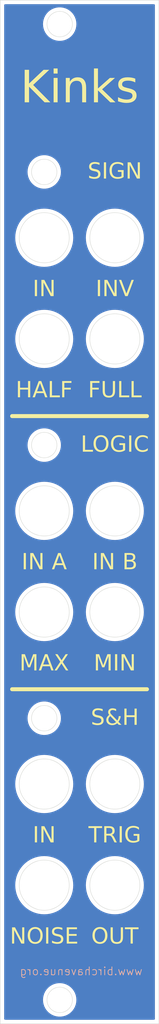
<source format=kicad_pcb>
(kicad_pcb
	(version 20240108)
	(generator "pcbnew")
	(generator_version "8.0")
	(general
		(thickness 1.6)
		(legacy_teardrops no)
	)
	(paper "A4")
	(layers
		(0 "F.Cu" signal)
		(31 "B.Cu" signal)
		(32 "B.Adhes" user "B.Adhesive")
		(33 "F.Adhes" user "F.Adhesive")
		(34 "B.Paste" user)
		(35 "F.Paste" user)
		(36 "B.SilkS" user "B.Silkscreen")
		(37 "F.SilkS" user "F.Silkscreen")
		(38 "B.Mask" user)
		(39 "F.Mask" user)
		(40 "Dwgs.User" user "User.Drawings")
		(41 "Cmts.User" user "User.Comments")
		(42 "Eco1.User" user "User.Eco1")
		(43 "Eco2.User" user "User.Eco2")
		(44 "Edge.Cuts" user)
		(45 "Margin" user)
		(46 "B.CrtYd" user "B.Courtyard")
		(47 "F.CrtYd" user "F.Courtyard")
		(48 "B.Fab" user)
		(49 "F.Fab" user)
		(50 "User.1" user)
		(51 "User.2" user)
		(52 "User.3" user)
		(53 "User.4" user)
		(54 "User.5" user)
		(55 "User.6" user)
		(56 "User.7" user)
		(57 "User.8" user)
		(58 "User.9" user)
	)
	(setup
		(pad_to_mask_clearance 0)
		(allow_soldermask_bridges_in_footprints no)
		(grid_origin 80 180)
		(pcbplotparams
			(layerselection 0x00010fc_ffffffff)
			(plot_on_all_layers_selection 0x0000000_00000000)
			(disableapertmacros no)
			(usegerberextensions yes)
			(usegerberattributes no)
			(usegerberadvancedattributes no)
			(creategerberjobfile no)
			(dashed_line_dash_ratio 12.000000)
			(dashed_line_gap_ratio 3.000000)
			(svgprecision 4)
			(plotframeref no)
			(viasonmask no)
			(mode 1)
			(useauxorigin no)
			(hpglpennumber 1)
			(hpglpenspeed 20)
			(hpglpendiameter 15.000000)
			(pdf_front_fp_property_popups yes)
			(pdf_back_fp_property_popups yes)
			(dxfpolygonmode yes)
			(dxfimperialunits yes)
			(dxfusepcbnewfont yes)
			(psnegative no)
			(psa4output no)
			(plotreference yes)
			(plotvalue no)
			(plotfptext yes)
			(plotinvisibletext no)
			(sketchpadsonfab no)
			(subtractmaskfromsilk yes)
			(outputformat 1)
			(mirror no)
			(drillshape 0)
			(scaleselection 1)
			(outputdirectory "../../plots/")
		)
	)
	(net 0 "")
	(gr_line
		(start 81.5 103.71)
		(end 98.5 103.71)
		(stroke
			(width 0.5)
			(type default)
		)
		(layer "F.SilkS")
		(uuid "5990a620-8612-4156-af55-ce6a038690c7")
	)
	(gr_line
		(start 81.5 138)
		(end 98.5 138)
		(stroke
			(width 0.5)
			(type default)
		)
		(layer "F.SilkS")
		(uuid "6978ee72-641e-4f28-9790-80a4015988fb")
	)
	(gr_circle
		(center 94.45 128.31)
		(end 98.6 128.31)
		(stroke
			(width 0.1)
			(type solid)
		)
		(fill solid)
		(layer "F.Mask")
		(uuid "358a6b70-d348-485a-b70e-4d91b7afb607")
	)
	(gr_circle
		(center 94.45 115.61)
		(end 98.6 115.61)
		(stroke
			(width 0.1)
			(type solid)
		)
		(fill solid)
		(layer "F.Mask")
		(uuid "3da19f95-c83a-48a3-842c-77f24e949cac")
	)
	(gr_circle
		(center 85.55 94.02)
		(end 89.7 94.02)
		(stroke
			(width 0.1)
			(type solid)
		)
		(fill solid)
		(layer "F.Mask")
		(uuid "3e3cad47-6979-4ca7-8480-990198e6ae19")
	)
	(gr_circle
		(center 85.55 149.9)
		(end 89.7 149.9)
		(stroke
			(width 0.1)
			(type solid)
		)
		(fill solid)
		(layer "F.Mask")
		(uuid "61b2af8b-66e0-48f8-9e19-12b946945c67")
	)
	(gr_circle
		(center 94.45 162.6)
		(end 98.6 162.6)
		(stroke
			(width 0.1)
			(type solid)
		)
		(fill solid)
		(layer "F.Mask")
		(uuid "65bb9d14-4405-48a6-9a48-59cf2ceb838f")
	)
	(gr_circle
		(center 94.45 81.32)
		(end 98.6 81.32)
		(stroke
			(width 0.1)
			(type solid)
		)
		(fill solid)
		(layer "F.Mask")
		(uuid "83155ec8-3fac-4a95-917f-5806a99bced6")
	)
	(gr_circle
		(center 85.55 162.6)
		(end 89.7 162.6)
		(stroke
			(width 0.1)
			(type solid)
		)
		(fill solid)
		(layer "F.Mask")
		(uuid "877ca8e2-b7a0-4724-8b73-493f0573901f")
	)
	(gr_circle
		(center 85.55 115.61)
		(end 89.7 115.61)
		(stroke
			(width 0.1)
			(type solid)
		)
		(fill solid)
		(layer "F.Mask")
		(uuid "ab5cfa81-a285-478e-9a6c-5d88125054c9")
	)
	(gr_circle
		(center 87.5 54.5)
		(end 89.5 54.5)
		(stroke
			(width 0.1)
			(type solid)
		)
		(fill solid)
		(layer "F.Mask")
		(uuid "d628dc2a-3103-463b-b60b-092e3cbbc5d5")
	)
	(gr_circle
		(center 85.55 128.31)
		(end 89.7 128.31)
		(stroke
			(width 0.1)
			(type solid)
		)
		(fill solid)
		(layer "F.Mask")
		(uuid "d90edcbb-a073-42b6-8ba2-4ca74fb782fc")
	)
	(gr_circle
		(center 94.45 94.02)
		(end 98.6 94.02)
		(stroke
			(width 0.1)
			(type solid)
		)
		(fill solid)
		(layer "F.Mask")
		(uuid "da8b5396-8705-4cf2-918c-2804ce964cf1")
	)
	(gr_circle
		(center 94.45 149.9)
		(end 98.6 149.9)
		(stroke
			(width 0.1)
			(type solid)
		)
		(fill solid)
		(layer "F.Mask")
		(uuid "dbb42178-408a-4868-ad57-4558f5f40c6d")
	)
	(gr_circle
		(center 87.5 177)
		(end 89.5 177)
		(stroke
			(width 0.1)
			(type solid)
		)
		(fill solid)
		(layer "F.Mask")
		(uuid "e6fc798b-40b8-40c3-a9c9-0a0fe9f66916")
	)
	(gr_circle
		(center 85.55 81.32)
		(end 89.7 81.32)
		(stroke
			(width 0.1)
			(type solid)
		)
		(fill solid)
		(layer "F.Mask")
		(uuid "fe5ac9fc-c416-4b7e-a4a2-cb3e04b6bbd5")
	)
	(gr_circle
		(center 94.45 149.9)
		(end 97.6 149.9)
		(stroke
			(width 0.05)
			(type default)
		)
		(fill none)
		(layer "Edge.Cuts")
		(uuid "0183db37-31d6-4f2a-93cb-6e01ab61515a")
	)
	(gr_circle
		(center 94.45 81.32)
		(end 97.6 81.32)
		(stroke
			(width 0.05)
			(type default)
		)
		(fill none)
		(layer "Edge.Cuts")
		(uuid "0b55ff9f-9374-418e-ba43-b8294837e460")
	)
	(gr_circle
		(center 94.45 162.6)
		(end 97.6 162.6)
		(stroke
			(width 0.05)
			(type default)
		)
		(fill none)
		(layer "Edge.Cuts")
		(uuid "12519fbb-d830-4741-b842-41d7e3663446")
	)
	(gr_circle
		(center 87.5 54.5)
		(end 89.1 54.5)
		(stroke
			(width 0.05)
			(type default)
		)
		(fill none)
		(layer "Edge.Cuts")
		(uuid "2392ce69-a5b7-444b-b912-851974f92b75")
	)
	(gr_circle
		(center 94.45 128.31)
		(end 97.6 128.31)
		(stroke
			(width 0.05)
			(type default)
		)
		(fill none)
		(layer "Edge.Cuts")
		(uuid "24a3b0cf-6349-4beb-93b2-44b7523c4b75")
	)
	(gr_circle
		(center 85.55 162.6)
		(end 88.7 162.6)
		(stroke
			(width 0.05)
			(type default)
		)
		(fill none)
		(layer "Edge.Cuts")
		(uuid "34c7a465-f8b1-44b1-aaf0-8e756a728f9d")
	)
	(gr_circle
		(center 94.45 115.61)
		(end 97.6 115.61)
		(stroke
			(width 0.05)
			(type default)
		)
		(fill none)
		(layer "Edge.Cuts")
		(uuid "3c371248-9fc0-4d75-b720-e1c3212fb85c")
	)
	(gr_circle
		(center 85.55 81.32)
		(end 88.7 81.32)
		(stroke
			(width 0.05)
			(type default)
		)
		(fill none)
		(layer "Edge.Cuts")
		(uuid "3e3dbd76-b268-44fc-b109-0a2f8c4aa272")
	)
	(gr_circle
		(center 85.55 115.61)
		(end 88.7 115.61)
		(stroke
			(width 0.05)
			(type default)
		)
		(fill none)
		(layer "Edge.Cuts")
		(uuid "52159ff4-0862-470c-adfb-ddda24951a0b")
	)
	(gr_circle
		(center 85.55 94.02)
		(end 88.7 94.02)
		(stroke
			(width 0.05)
			(type default)
		)
		(fill none)
		(layer "Edge.Cuts")
		(uuid "52744fc5-da18-4c72-bbed-e4f4cae3eebd")
	)
	(gr_circle
		(center 85.55 128.31)
		(end 88.7 128.31)
		(stroke
			(width 0.05)
			(type default)
		)
		(fill none)
		(layer "Edge.Cuts")
		(uuid "6bc142c7-9d81-4262-8008-53fb847e9e8d")
	)
	(gr_circle
		(center 85.55 73.06)
		(end 87.15 73.06)
		(stroke
			(width 0.05)
			(type default)
		)
		(fill none)
		(layer "Edge.Cuts")
		(uuid "74aad765-e171-49a7-9c3e-1cdb685e2b38")
	)
	(gr_circle
		(center 94.45 94.02)
		(end 97.6 94.02)
		(stroke
			(width 0.05)
			(type default)
		)
		(fill none)
		(layer "Edge.Cuts")
		(uuid "7593b5f7-c980-4a84-ba57-78ce73bb2248")
	)
	(gr_circle
		(center 87.5 177)
		(end 89.1 177)
		(stroke
			(width 0.05)
			(type default)
		)
		(fill none)
		(layer "Edge.Cuts")
		(uuid "8a3a5b72-4d04-4fba-b391-c43c69ff4e24")
	)
	(gr_circle
		(center 85.55 107.35)
		(end 87.15 107.35)
		(stroke
			(width 0.05)
			(type default)
		)
		(fill none)
		(layer "Edge.Cuts")
		(uuid "956e6754-598c-4a90-80ac-2ae4ffeadd73")
	)
	(gr_circle
		(center 85.55 149.9)
		(end 88.7 149.9)
		(stroke
			(width 0.05)
			(type default)
		)
		(fill none)
		(layer "Edge.Cuts")
		(uuid "9b48e423-8b98-42fa-9471-e3311d8b63d5")
	)
	(gr_rect
		(start 80 51.5)
		(end 100 180)
		(stroke
			(width 0.05)
			(type default)
		)
		(fill none)
		(layer "Edge.Cuts")
		(uuid "f9ad8ccc-93a6-4ee8-a390-e86c22a779e8")
	)
	(gr_circle
		(center 85.55 141.64)
		(end 87.15 141.64)
		(stroke
			(width 0.05)
			(type default)
		)
		(fill none)
		(layer "Edge.Cuts")
		(uuid "fdeef3ec-b372-407e-8e2f-03e4aa2db39f")
	)
	(gr_text "www.birchavenue.org"
		(at 90.2 173.4 0)
		(layer "B.SilkS")
		(uuid "c8998199-3003-4cba-b357-039cdc6b696f")
		(effects
			(font
				(size 1 1)
				(thickness 0.1)
			)
			(justify mirror)
		)
	)
	(gr_text "IN B"
		(at 94.45 122.11 0)
		(layer "F.SilkS")
		(uuid "1217289a-68fa-4121-b82f-df2ea0855d18")
		(effects
			(font
				(face "FreeSans")
				(size 2 2)
				(thickness 0.15)
			)
		)
		(render_cache "IN B" 0
			(polygon
				(pts
					(xy 92.306036 120.888848) (xy 92.306036 122.94) (xy 92.041765 122.94) (xy 92.041765 120.888848)
				)
			)
			(polygon
				(pts
					(xy 94.366957 120.888848) (xy 94.366957 122.94) (xy 94.071423 122.94) (xy 93.010921 121.277194)
					(xy 93.010921 122.94) (xy 92.763259 122.94) (xy 92.763259 120.888848) (xy 93.047557 120.888848)
					(xy 94.119295 122.565819) (xy 94.119295 120.888848)
				)
			)
			(polygon
				(pts
					(xy 96.442235 120.893809) (xy 96.545147 120.910727) (xy 96.637439 120.939651) (xy 96.73007 120.985932)
					(xy 96.806205 121.047855) (xy 96.82746 121.073007) (xy 96.882048 121.15605) (xy 96.918806 121.239092)
					(xy 96.942463 121.339255) (xy 96.947139 121.409574) (xy 96.937144 121.521286) (xy 96.907159 121.620119)
					(xy 96.857185 121.706071) (xy 96.787221 121.779144) (xy 96.697267 121.839336) (xy 96.66284 121.856538)
					(xy 96.754492 121.897266) (xy 96.841398 121.949361) (xy 96.917838 122.015039) (xy 96.948116 122.050956)
					(xy 96.998732 122.140193) (xy 97.026515 122.235142) (xy 97.036933 122.343258) (xy 97.03702 122.354794)
					(xy 97.029073 122.465457) (xy 97.00523 122.566209) (xy 96.965493 122.65705) (xy 96.909861 122.73798)
					(xy 96.870935 122.779776) (xy 96.793344 122.842207) (xy 96.705468 122.889304) (xy 96.607307 122.921067)
					(xy 96.498861 122.937496) (xy 96.432275 122.94) (xy 95.506594 122.94) (xy 95.506594 122.709434)
					(xy 95.767934 122.709434) (xy 96.406873 122.709434) (xy 96.510413 122.699437) (xy 96.603165 122.666312)
					(xy 96.631577 122.648862) (xy 96.707799 122.58092) (xy 96.747348 122.515017) (xy 96.771696 122.419228)
					(xy 96.77568 122.357725) (xy 96.764367 122.254797) (xy 96.726219 122.15976) (xy 96.679937 122.100293)
					(xy 96.596658 122.041056) (xy 96.500163 122.010773) (xy 96.406873 122.003084) (xy 95.767934 122.003084)
					(xy 95.767934 122.709434) (xy 95.506594 122.709434) (xy 95.506594 121.772519) (xy 95.767934 121.772519)
					(xy 96.274494 121.772519) (xy 96.392844 121.764552) (xy 96.491135 121.740653) (xy 96.582606 121.690942)
					(xy 96.652814 121.603947) (xy 96.6817 121.504525) (xy 96.68531 121.44621) (xy 96.670868 121.33515)
					(xy 96.627539 121.247068) (xy 96.540481 121.173348) (xy 96.434568 121.135051) (xy 96.324241 121.12069)
					(xy 96.274494 121.119413) (xy 95.767934 121.119413) (xy 95.767934 121.772519) (xy 95.506594 121.772519)
					(xy 95.506594 120.888848) (xy 96.339462 120.888848)
				)
			)
		)
	)
	(gr_text "INV"
		(at 94.45 87.82 0)
		(layer "F.SilkS")
		(uuid "1e8c6bf2-a1fb-4596-a878-41c0393cd4e9")
		(effects
			(font
				(face "FreeSans")
				(size 2 2)
				(thickness 0.15)
			)
		)
		(render_cache "INV" 0
			(polygon
				(pts
					(xy 92.68217 86.598848) (xy 92.68217 88.65) (xy 92.417899 88.65) (xy 92.417899 86.598848)
				)
			)
			(polygon
				(pts
					(xy 94.743091 86.598848) (xy 94.743091 88.65) (xy 94.447557 88.65) (xy 93.387055 86.987194) (xy 93.387055 88.65)
					(xy 93.139393 88.65) (xy 93.139393 86.598848) (xy 93.423691 86.598848) (xy 94.495429 88.275819)
					(xy 94.495429 86.598848)
				)
			)
			(polygon
				(pts
					(xy 96.019016 88.65) (xy 95.737648 88.65) (xy 95.000035 86.598848) (xy 95.281402 86.598848) (xy 95.883705 88.334926)
					(xy 96.452303 86.598848) (xy 96.730739 86.598848)
				)
			)
		)
	)
	(gr_text "TRIG"
		(at 94.45 156.4 0)
		(layer "F.SilkS")
		(uuid "2ba6bbde-313d-4e3e-8007-4a486deecd2a")
		(effects
			(font
				(face "FreeSans")
				(size 2 2)
				(thickness 0.15)
			)
		)
		(render_cache "TRIG" 0
			(polygon
				(pts
					(xy 92.135066 155.409413) (xy 92.135066 157.23) (xy 91.873238 157.23) (xy 91.873238 155.409413)
					(xy 91.198151 155.409413) (xy 91.198151 155.178848) (xy 92.807711 155.178848) (xy 92.807711 155.409413)
				)
			)
			(polygon
				(pts
					(xy 94.160318 155.183846) (xy 94.258475 155.198838) (xy 94.36062 155.228961) (xy 94.449441 155.272689)
					(xy 94.514968 155.320997) (xy 94.585921 155.399705) (xy 94.636601 155.493677) (xy 94.664317 155.588425)
					(xy 94.676512 155.694861) (xy 94.677146 155.727418) (xy 94.669704 155.830686) (xy 94.644327 155.931059)
					(xy 94.600942 156.017578) (xy 94.537516 156.093141) (xy 94.460122 156.155423) (xy 94.374397 156.206256)
					(xy 94.35328 156.21688) (xy 94.44075 156.262919) (xy 94.503733 156.310181) (xy 94.568719 156.386166)
					(xy 94.591172 156.430837) (xy 94.621031 156.527282) (xy 94.626343 156.557355) (xy 94.634128 156.658654)
					(xy 94.634647 156.698039) (xy 94.633182 156.771311) (xy 94.632205 156.841653) (xy 94.637679 156.941788)
					(xy 94.657118 157.036071) (xy 94.707569 157.123502) (xy 94.755792 157.165519) (xy 94.755792 157.23)
					(xy 94.437788 157.23) (xy 94.405805 157.132057) (xy 94.38825 157.02749) (xy 94.381831 156.920737)
					(xy 94.381612 156.895387) (xy 94.381612 156.712205) (xy 94.375159 156.614063) (xy 94.349746 156.515627)
					(xy 94.300035 156.435233) (xy 94.218436 156.377671) (xy 94.115922 156.350583) (xy 94.044068 156.346329)
					(xy 93.368492 156.346329) (xy 93.368492 157.23) (xy 93.107153 157.23) (xy 93.107153 156.115764)
					(xy 93.368492 156.115764) (xy 94.00157 156.115764) (xy 94.11005 156.109079) (xy 94.209827 156.085971)
					(xy 94.300719 156.036455) (xy 94.306873 156.031256) (xy 94.369812 155.946388) (xy 94.398007 155.849264)
					(xy 94.404082 155.764054) (xy 94.39562 155.660069) (xy 94.362294 155.560264) (xy 94.297104 155.485617)
					(xy 94.205398 155.43918) (xy 94.10118 155.415441) (xy 94.00157 155.409413) (xy 93.368492 155.409413)
					(xy 93.368492 156.115764) (xy 93.107153 156.115764) (xy 93.107153 155.178848) (xy 94.052372 155.178848)
				)
			)
			(polygon
				(pts
					(xy 95.412805 155.178848) (xy 95.412805 157.23) (xy 95.148534 157.23) (xy 95.148534 155.178848)
				)
			)
			(polygon
				(pts
					(xy 96.019016 156.211507) (xy 96.023309 156.312121) (xy 96.036189 156.413379) (xy 96.038555 156.426929)
					(xy 96.061877 156.523353) (xy 96.093913 156.616407) (xy 96.108897 156.653098) (xy 96.155011 156.744309)
					(xy 96.2108 156.825846) (xy 96.239811 156.860216) (xy 96.313528 156.926975) (xy 96.396888 156.979582)
					(xy 96.452303 157.006273) (xy 96.547585 157.03909) (xy 96.65141 157.058285) (xy 96.75321 157.063914)
					(xy 96.855202 157.05768) (xy 96.965294 157.03465) (xy 97.065803 156.994649) (xy 97.156727 156.937678)
					(xy 97.215806 156.886594) (xy 97.286611 156.804318) (xy 97.340026 156.712645) (xy 97.37605 156.611576)
					(xy 97.394683 156.50111) (xy 97.397522 156.433768) (xy 97.397522 156.377592) (xy 96.773238 156.377592)
					(xy 96.773238 156.146538) (xy 97.628576 156.146538) (xy 97.628576 157.241235) (xy 97.462491 157.241235)
					(xy 97.397522 156.968171) (xy 97.32257 157.04465) (xy 97.244016 157.110931) (xy 97.161859 157.167015)
					(xy 97.054096 157.222781) (xy 96.940704 157.262614) (xy 96.821684 157.286513) (xy 96.722414 157.294161)
					(xy 96.697034 157.29448) (xy 96.595398 157.289824) (xy 96.498587 157.275856) (xy 96.384355 157.245302)
					(xy 96.277661 157.200198) (xy 96.178505 157.140545) (xy 96.086885 157.066342) (xy 96.019016 156.996503)
					(xy 95.95765 156.91917) (xy 95.904466 156.836402) (xy 95.859464 156.7482) (xy 95.822645 156.654563)
					(xy 95.794007 156.555492) (xy 95.773552 156.450987) (xy 95.761279 156.341047) (xy 95.757188 156.225673)
					(xy 95.76076 156.124053) (xy 95.771476 156.022158) (xy 95.782589 155.954075) (xy 95.805363 155.858598)
					(xy 95.838757 155.760236) (xy 95.878332 155.668311) (xy 95.92573 155.578771) (xy 95.979998 155.496387)
					(xy 96.047627 155.414029) (xy 96.054187 155.406971) (xy 96.127288 155.340214) (xy 96.2147 155.280995)
					(xy 96.305607 155.234142) (xy 96.338485 155.219881) (xy 96.430748 155.187183) (xy 96.528751 155.163827)
					(xy 96.632493 155.149814) (xy 96.741975 155.145143) (xy 96.848831 155.14934) (xy 96.949581 155.161934)
					(xy 97.062421 155.188129) (xy 97.166469 155.226414) (xy 97.261723 155.276789) (xy 97.320342 155.31709)
					(xy 97.399242 155.386332) (xy 97.465949 155.465467) (xy 97.520462 155.554494) (xy 97.562783 155.653412)
					(xy 97.592911 155.762222) (xy 97.600244 155.80069) (xy 97.333042 155.80069) (xy 97.300138 155.696526)
					(xy 97.248687 155.605498) (xy 97.178689 155.527609) (xy 97.131786 155.490013) (xy 97.047736 155.440005)
					(xy 96.954344 155.404284) (xy 96.851609 155.382852) (xy 96.754053 155.375819) (xy 96.739532 155.375708)
					(xy 96.64058 155.381313) (xy 96.530213 155.402837) (xy 96.428982 155.440504) (xy 96.336887 155.494313)
					(xy 96.253929 155.564266) (xy 96.215876 155.605296) (xy 96.148974 155.696412) (xy 96.095914 155.797935)
					(xy 96.062271 155.890487) (xy 96.03824 155.990267) (xy 96.023822 156.097273)
				)
			)
		)
	)
	(gr_text "IN"
		(at 85.55 156.4 0)
		(layer "F.SilkS")
		(uuid "4a57d37b-37c2-45f9-83c9-06197ee388b1")
		(effects
			(font
				(face "FreeSans")
				(size 2 2)
				(thickness 0.15)
			)
		)
		(render_cache "IN" 0
			(polygon
				(pts
					(xy 84.684892 155.178848) (xy 84.684892 157.23) (xy 84.420621 157.23) (xy 84.420621 155.178848)
				)
			)
			(polygon
				(pts
					(xy 86.745813 155.178848) (xy 86.745813 157.23) (xy 86.450279 157.23) (xy 85.389777 155.567194)
					(xy 85.389777 157.23) (xy 85.142115 157.23) (xy 85.142115 155.178848) (xy 85.426413 155.178848)
					(xy 86.498151 156.855819) (xy 86.498151 155.178848)
				)
			)
		)
	)
	(gr_text "HALF"
		(at 85.55 100.52 0)
		(layer "F.SilkS")
		(uuid "4b264d25-9f92-455c-9936-747933745c02")
		(effects
			(font
				(face "FreeSans")
				(size 2 2)
				(thickness 0.15)
			)
		)
		(render_cache "HALF" 0
			(polygon
				(pts
					(xy 83.524738 100.416015) (xy 82.469609 100.416015) (xy 82.469609 101.35) (xy 82.208269 101.35)
					(xy 82.208269 99.298848) (xy 82.469609 99.298848) (xy 82.469609 100.184961) (xy 83.524738 100.184961)
					(xy 83.524738 99.298848) (xy 83.786567 99.298848) (xy 83.786567 101.35) (xy 83.524738 101.35)
				)
			)
			(polygon
				(pts
					(xy 85.833322 101.35) (xy 85.540719 101.35) (xy 85.329693 100.734019) (xy 84.538835 100.734019)
					(xy 84.322435 101.35) (xy 84.04351 101.35) (xy 84.341683 100.5142) (xy 84.603803 100.5142) (xy 85.25642 100.5142)
					(xy 84.941347 99.580216) (xy 84.603803 100.5142) (xy 84.341683 100.5142) (xy 84.775262 99.298848)
					(xy 85.112805 99.298848)
				)
			)
			(polygon
				(pts
					(xy 86.352094 99.298848) (xy 86.352094 101.119434) (xy 87.365213 101.119434) (xy 87.365213 101.35)
					(xy 86.090754 101.35) (xy 86.090754 99.298848)
				)
			)
			(polygon
				(pts
					(xy 87.926971 100.416015) (xy 87.926971 101.35) (xy 87.665632 101.35) (xy 87.665632 99.298848)
					(xy 89.041207 99.298848) (xy 89.041207 99.529413) (xy 87.926971 99.529413) (xy 87.926971 100.184961)
					(xy 88.906385 100.184961) (xy 88.906385 100.416015)
				)
			)
		)
	)
	(gr_text "IN A"
		(at 85.55 122.11 0)
		(layer "F.SilkS")
		(uuid "5409f4e4-b0b2-416c-8aa6-3e4dd1ea0e33")
		(effects
			(font
				(face "FreeSans")
				(size 2 2)
				(thickness 0.15)
			)
		)
		(render_cache "IN A" 0
			(polygon
				(pts
					(xy 83.403105 120.888848) (xy 83.403105 122.94) (xy 83.138834 122.94) (xy 83.138834 120.888848)
				)
			)
			(polygon
				(pts
					(xy 85.464026 120.888848) (xy 85.464026 122.94) (xy 85.168492 122.94) (xy 84.10799 121.277194)
					(xy 84.10799 122.94) (xy 83.860328 122.94) (xy 83.860328 120.888848) (xy 84.144626 120.888848)
					(xy 85.216364 122.565819) (xy 85.216364 120.888848)
				)
			)
			(polygon
				(pts
					(xy 88.210293 122.94) (xy 87.91769 122.94) (xy 87.706664 122.324019) (xy 86.915806 122.324019)
					(xy 86.699406 122.94) (xy 86.420481 122.94) (xy 86.718654 122.1042) (xy 86.980774 122.1042) (xy 87.633391 122.1042)
					(xy 87.318318 121.170216) (xy 86.980774 122.1042) (xy 86.718654 122.1042) (xy 87.152233 120.888848)
					(xy 87.489776 120.888848)
				)
			)
		)
	)
	(gr_text "SIGN\n"
		(at 94.45 73.06 0)
		(layer "F.SilkS")
		(uuid "637ea4c8-c01a-4487-a480-c5ce5d5bce7f")
		(effects
			(font
				(face "FreeSans")
				(size 2 2)
				(thickness 0.1)
			)
		)
		(render_cache "SIGN\n" 0
			(polygon
				(pts
					(xy 91.997801 73.723914) (xy 92.100341 73.719585) (xy 92.199431 73.704988) (xy 92.265003 73.687278)
					(xy 92.35527 73.647994) (xy 92.426692 73.591535) (xy 92.483784 73.510956) (xy 92.499965 73.474787)
					(xy 92.520231 73.376605) (xy 92.520969 73.352665) (xy 92.4974 73.244344) (xy 92.438108 73.163387)
					(xy 92.358561 73.104265) (xy 92.252499 73.054622) (xy 92.143859 73.020495) (xy 91.634856 72.885673)
					(xy 91.540518 72.855433) (xy 91.440283 72.80574) (xy 91.359702 72.742833) (xy 91.288948 72.649902)
					(xy 91.251605 72.557925) (xy 91.233917 72.452733) (xy 91.232344 72.406957) (xy 91.239214 72.306648)
					(xy 91.264592 72.199995) (xy 91.30867 72.104516) (xy 91.371448 72.020209) (xy 91.427739 71.966831)
					(xy 91.520216 71.90383) (xy 91.610273 71.862144) (xy 91.71029 71.831828) (xy 91.820268 71.81288)
					(xy 91.919525 71.805774) (xy 91.961165 71.805143) (xy 92.068138 71.809233) (xy 92.167407 71.821505)
					(xy 92.27636 71.84703) (xy 92.37422 71.884336) (xy 92.460985 71.933423) (xy 92.512665 71.972693)
					(xy 92.589512 72.052211) (xy 92.647798 72.144585) (xy 92.687525 72.249815) (xy 92.706805 72.350244)
					(xy 92.712456 72.441151) (xy 92.464794 72.441151) (xy 92.452905 72.335994) (xy 92.415677 72.236103)
					(xy 92.353167 72.154053) (xy 92.329483 72.132916) (xy 92.246369 72.080495) (xy 92.145402 72.045229)
					(xy 92.040668 72.028285) (xy 91.952861 72.024473) (xy 91.853973 72.030457) (xy 91.755059 72.051494)
					(xy 91.660472 72.092634) (xy 91.619225 72.120216) (xy 91.548028 72.193024) (xy 91.504064 72.288381)
					(xy 91.494173 72.370809) (xy 91.510809 72.470472) (xy 91.56523 72.552171) (xy 91.569888 72.556434)
					(xy 91.65751 72.612239) (xy 91.755741 72.651626) (xy 91.831716 72.674647) (xy 92.34658 72.8124)
					(xy 92.444735 72.845434) (xy 92.541073 72.894421) (xy 92.622496 72.955927) (xy 92.668492 73.003886)
					(xy 92.728771 73.093398) (xy 92.766724 73.193404) (xy 92.781793 73.292382) (xy 92.782798 73.327264)
					(xy 92.774593 73.428663) (xy 92.761793 73.488953) (xy 92.72688 73.580933) (xy 92.684124 73.655038)
					(xy 92.620132 73.73576) (xy 92.545943 73.801899) (xy 92.540509 73.80598) (xy 92.453301 73.858099)
					(xy 92.36084 73.895926) (xy 92.308478 73.91247) (xy 92.204511 73.936388) (xy 92.102082 73.949516)
					(xy 92.003451 73.954316) (xy 91.980704 73.95448) (xy 91.881702 73.95102) (xy 91.779778 73.939636)
					(xy 91.759909 73.936406) (xy 91.660024 73.912592) (xy 91.565056 73.877971) (xy 91.544487 73.868995)
					(xy 91.45454 73.820495) (xy 91.376188 73.761337) (xy 91.355931 73.742477) (xy 91.292165 73.664605)
					(xy 91.241995 73.574547) (xy 91.225017 73.535359) (xy 91.195191 73.441745) (xy 91.176909 73.338896)
					(xy 91.170307 73.237383) (xy 91.417969 73.237383) (xy 91.417969 73.25106) (xy 91.42744 73.350933)
					(xy 91.444836 73.414703) (xy 91.48845 73.503754) (xy 91.531786 73.563691) (xy 91.607135 73.629515)
					(xy 91.697308 73.674888) (xy 91.712037 73.680439) (xy 91.808322 73.706932) (xy 91.908049 73.720475)
				)
			)
			(polygon
				(pts
					(xy 93.447138 71.838848) (xy 93.447138 73.89) (xy 93.182868 73.89) (xy 93.182868 71.838848)
				)
			)
			(polygon
				(pts
					(xy 94.053349 72.871507) (xy 94.057642 72.972121) (xy 94.070522 73.073379) (xy 94.072889 73.086929)
					(xy 94.09621 73.183353) (xy 94.128247 73.276407) (xy 94.14323 73.313098) (xy 94.189345 73.404309)
					(xy 94.245133 73.485846) (xy 94.274145 73.520216) (xy 94.347862 73.586975) (xy 94.431221 73.639582)
					(xy 94.486636 73.666273) (xy 94.581918 73.69909) (xy 94.685743 73.718285) (xy 94.787543 73.723914)
					(xy 94.889535 73.71768) (xy 94.999627 73.69465) (xy 95.100136 73.654649) (xy 95.19106 73.597678)
					(xy 95.250139 73.546594) (xy 95.320945 73.464318) (xy 95.374359 73.372645) (xy 95.410383 73.271576)
					(xy 95.429016 73.16111) (xy 95.431856 73.093768) (xy 95.431856 73.037592) (xy 94.807571 73.037592)
					(xy 94.807571 72.806538) (xy 95.662909 72.806538) (xy 95.662909 73.901235) (xy 95.496824 73.901235)
					(xy 95.431856 73.628171) (xy 95.356904 73.70465) (xy 95.278349 73.770931) (xy 95.196192 73.827015)
					(xy 95.088429 73.882781) (xy 94.975038 73.922614) (xy 94.856017 73.946513) (xy 94.756748 73.954161)
					(xy 94.731367 73.95448) (xy 94.629732 73.949824) (xy 94.53292 73.935856) (xy 94.418689 73.905302)
					(xy 94.311995 73.860198) (xy 94.212838 73.800545) (xy 94.121218 73.726342) (xy 94.053349 73.656503)
					(xy 93.991983 73.57917) (xy 93.938799 73.496402) (xy 93.893797 73.4082) (xy 93.856978 73.314563)
					(xy 93.82834 73.215492) (xy 93.807885 73.110987) (xy 93.795612 73.001047) (xy 93.791521 72.885673)
					(xy 93.795093 72.784053) (xy 93.805809 72.682158) (xy 93.816922 72.614075) (xy 93.839696 72.518598)
					(xy 93.87309 72.420236) (xy 93.912665 72.328311) (xy 93.960064 72.238771) (xy 94.014331 72.156387)
					(xy 94.08196 72.074029) (xy 94.08852 72.066971) (xy 94.161621 72.000214) (xy 94.249033 71.940995)
					(xy 94.33994 71.894142) (xy 94.372819 71.879881) (xy 94.465081 71.847183) (xy 94.563084 71.823827)
					(xy 94.666826 71.809814) (xy 94.776308 71.805143) (xy 94.883164 71.80934) (xy 94.983914 71.821934)
					(xy 95.096755 71.848129) (xy 95.200802 71.886414) (xy 95.296057 71.936789) (xy 95.354675 71.97709)
					(xy 95.433575 72.046332) (xy 95.500282 72.125467) (xy 95.554796 72.214494) (xy 95.597117 72.313412)
					(xy 95.627244 72.422222) (xy 95.634577 72.46069) (xy 95.367376 72.46069) (xy 95.334472 72.356526)
					(xy 95.28302 72.265498) (xy 95.213022 72.187609) (xy 95.16612 72.150013) (xy 95.082069 72.100005)
					(xy 94.988677 72.064284) (xy 94.885942 72.042852) (xy 94.788386 72.035819) (xy 94.773866 72.035708)
					(xy 94.674914 72.041313) (xy 94.564547 72.062837) (xy 94.463316 72.100504) (xy 94.371221 72.154313)
					(xy 94.288262 72.224266) (xy 94.250209 72.265296) (xy 94.183307 72.356412) (xy 94.130247 72.457935)
					(xy 94.096604 72.550487) (xy 94.072574 72.650267) (xy 94.058155 72.757273)
				)
			)
			(polygon
				(pts
					(xy 97.649581 71.838848) (xy 97.649581 73.89) (xy 97.354047 73.89) (xy 96.293545 72.227194) (xy 96.293545 73.89)
					(xy 96.045882 73.89) (xy 96.045882 71.838848) (xy 96.330181 71.838848) (xy 97.401919 73.515819)
					(xy 97.401919 71.838848)
				)
			)
		)
	)
	(gr_text "LOGIC"
		(at 94.45 107.35 0)
		(layer "F.SilkS")
		(uuid "64a3b208-ee2c-4532-85db-6d4e7374f917")
		(effects
			(font
				(face "FreeSans")
				(size 2 2)
				(thickness 0.1)
			)
		)
		(render_cache "LOGIC" 0
			(polygon
				(pts
					(xy 90.599756 106.128848) (xy 90.599756 107.949434) (xy 91.612876 107.949434) (xy 91.612876 108.18)
					(xy 90.338416 108.18) (xy 90.338416 106.128848)
				)
			)
			(polygon
				(pts
					(xy 92.897967 106.099806) (xy 93.002159 106.113797) (xy 93.10075 106.137114) (xy 93.193737 106.169759)
					(xy 93.302094 106.223681) (xy 93.401697 106.292176) (xy 93.475077 106.357465) (xy 93.509666 106.393607)
					(xy 93.573321 106.471185) (xy 93.62849 106.55493) (xy 93.675171 106.644842) (xy 93.713364 106.740921)
					(xy 93.74307 106.843167) (xy 93.764289 106.95158) (xy 93.77702 107.066161) (xy 93.781264 107.186908)
					(xy 93.777043 107.298428) (xy 93.76438 107.405109) (xy 93.743276 107.50695) (xy 93.71373 107.603953)
					(xy 93.675743 107.696116) (xy 93.629314 107.783441) (xy 93.574443 107.865926) (xy 93.511131 107.943572)
					(xy 93.440896 108.014098) (xy 93.345159 108.08903) (xy 93.240598 108.149271) (xy 93.127211 108.194818)
					(xy 93.030147 108.220677) (xy 92.927435 108.237133) (xy 92.819076 108.244186) (xy 92.791103 108.24448)
					(xy 92.682652 108.239847) (xy 92.579558 108.225948) (xy 92.481823 108.202783) (xy 92.389446 108.170352)
					(xy 92.281509 108.116783) (xy 92.181944 108.048736) (xy 92.10832 107.983874) (xy 92.073518 107.947969)
					(xy 92.009518 107.870841) (xy 91.954052 107.787959) (xy 91.90712 107.699322) (xy 91.86872 107.60493)
					(xy 91.838854 107.504783) (xy 91.817521 107.39888) (xy 91.804721 107.287223) (xy 91.800472 107.1703)
					(xy 92.062282 107.1703) (xy 92.067196 107.285308) (xy 92.081936 107.393114) (xy 92.106504 107.493716)
					(xy 92.140898 107.587115) (xy 92.195143 107.689686) (xy 92.263539 107.781884) (xy 92.343406 107.860738)
					(xy 92.432066 107.923277) (xy 92.529519 107.969502) (xy 92.635765 107.999412) (xy 92.750803 108.013008)
					(xy 92.791103 108.013914) (xy 92.890021 108.008285) (xy 93.000663 107.98667) (xy 93.102513 107.948843)
					(xy 93.195569 107.894804) (xy 93.279833 107.824554) (xy 93.318668 107.783349) (xy 93.387063 107.691924)
					(xy 93.441308 107.590573) (xy 93.475702 107.498531) (xy 93.50027 107.399596) (xy 93.51501 107.293768)
					(xy 93.519924 107.181046) (xy 93.515046 107.063469) (xy 93.500413 106.953452) (xy 93.476024 106.850996)
					(xy 93.441881 106.756102) (xy 93.397981 106.668768) (xy 93.332425 106.573949) (xy 93.320133 106.559204)
					(xy 93.240558 106.479852) (xy 93.151674 106.416917) (xy 93.053483 106.3704) (xy 92.945984 106.340301)
					(xy 92.829176 106.32662) (xy 92.788172 106.325708) (xy 92.68929 106.331385) (xy 92.578785 106.353183)
					(xy 92.477176 106.391331) (xy 92.384463 106.445828) (xy 92.300646 106.516673) (xy 92.262073 106.558227)
					(xy 92.194175 106.650442) (xy 92.140326 106.753064) (xy 92.106182 106.846532) (xy 92.081793 106.947228)
					(xy 92.06716 107.05515) (xy 92.062282 107.1703) (xy 91.800472 107.1703) (xy 91.800454 107.169811)
					(xy 91.804721 107.052407) (xy 91.817521 106.940772) (xy 91.838854 106.834908) (xy 91.86872 106.734815)
					(xy 91.90712 106.640491) (xy 91.954052 106.551938) (xy 92.009518 106.469155) (xy 92.073518 106.392142)
					(xy 92.144417 106.322533) (xy 92.240447 106.248573) (xy 92.344705 106.189115) (xy 92.457193 106.144159)
					(xy 92.553108 106.118636) (xy 92.654289 106.102394) (xy 92.760737 106.095433) (xy 92.788172 106.095143)
				)
			)
			(polygon
				(pts
					(xy 94.25656 107.161507) (xy 94.260853 107.262121) (xy 94.273733 107.363379) (xy 94.2761 107.376929)
					(xy 94.299421 107.473353) (xy 94.331458 107.566407) (xy 94.346442 107.603098) (xy 94.392556 107.694309)
					(xy 94.448344 107.775846) (xy 94.477356 107.810216) (xy 94.551073 107.876975) (xy 94.634432 107.929582)
					(xy 94.689847 107.956273) (xy 94.785129 107.98909) (xy 94.888955 108.008285) (xy 94.990754 108.013914)
					(xy 95.092747 108.00768) (xy 95.202839 107.98465) (xy 95.303347 107.944649) (xy 95.394271 107.887678)
					(xy 95.45335 107.836594) (xy 95.524156 107.754318) (xy 95.57757 107.662645) (xy 95.613594 107.561576)
					(xy 95.632227 107.45111) (xy 95.635067 107.383768) (xy 95.635067 107.327592) (xy 95.010782 107.327592)
					(xy 95.010782 107.096538) (xy 95.866121 107.096538) (xy 95.866121 108.191235) (xy 95.700035 108.191235)
					(xy 95.635067 107.918171) (xy 95.560115 107.99465) (xy 95.48156 108.060931) (xy 95.399403 108.117015)
					(xy 95.29164 108.172781) (xy 95.178249 108.212614) (xy 95.059228 108.236513) (xy 94.959959 108.244161)
					(xy 94.934578 108.24448) (xy 94.832943 108.239824) (xy 94.736131 108.225856) (xy 94.6219 108.195302)
					(xy 94.515206 108.150198) (xy 94.416049 108.090545) (xy 94.324429 108.016342) (xy 94.25656 107.946503)
					(xy 94.195194 107.86917) (xy 94.14201 107.786402) (xy 94.097009 107.6982) (xy 94.060189 107.604563)
					(xy 94.031551 107.505492) (xy 94.011096 107.400987) (xy 93.998823 107.291047) (xy 93.994732 107.175673)
					(xy 93.998304 107.074053) (xy 94.00902 106.972158) (xy 94.020133 106.904075) (xy 94.042907 106.808598)
					(xy 94.076301 106.710236) (xy 94.115876 106.618311) (xy 94.163275 106.528771) (xy 94.217542 106.446387)
					(xy 94.285171 106.364029) (xy 94.291731 106.356971) (xy 94.364832 106.290214) (xy 94.452244 106.230995)
					(xy 94.543151 106.184142) (xy 94.57603 106.169881) (xy 94.668293 106.137183) (xy 94.766295 106.113827)
					(xy 94.870037 106.099814) (xy 94.979519 106.095143) (xy 95.086375 106.09934) (xy 95.187125 106.111934)
					(xy 95.299966 106.138129) (xy 95.404013 106.176414) (xy 95.499268 106.226789) (xy 95.557886 106.26709)
					(xy 95.636786 106.336332) (xy 95.703493 106.415467) (xy 95.758007 106.504494) (xy 95.800328 106.603412)
					(xy 95.830455 106.712222) (xy 95.837788 106.75069) (xy 95.570587 106.75069) (xy 95.537683 106.646526)
					(xy 95.486231 106.555498) (xy 95.416233 106.477609) (xy 95.369331 106.440013) (xy 95.285281 106.390005)
					(xy 95.191888 106.354284) (xy 95.089153 106.332852) (xy 94.991597 106.325819) (xy 94.977077 106.325708)
					(xy 94.878125 106.331313) (xy 94.767758 106.352837) (xy 94.666527 106.390504) (xy 94.574432 106.444313)
					(xy 94.491473 106.514266) (xy 94.45342 106.555296) (xy 94.386518 106.646412) (xy 94.333458 106.747935)
					(xy 94.299815 106.840487) (xy 94.275785 106.940267) (xy 94.261366 107.047273)
				)
			)
			(polygon
				(pts
					(xy 96.56954 106.128848) (xy 96.56954 108.18) (xy 96.305269 108.18) (xy 96.305269 106.128848)
				)
			)
			(polygon
				(pts
					(xy 96.913922 107.178115) (xy 96.917288 107.073015) (xy 96.927386 106.968738) (xy 96.937858 106.899678)
					(xy 96.959451 106.803646) (xy 96.991319 106.704958) (xy 97.029205 106.612937) (xy 97.074743 106.523283)
					(xy 97.131997 106.433369) (xy 97.196756 106.352575) (xy 97.273856 106.280564) (xy 97.358272 106.223015)
					(xy 97.445912 106.177664) (xy 97.466888 106.168415) (xy 97.566184 106.132995) (xy 97.672281 106.109167)
					(xy 97.772299 106.097719) (xy 97.850838 106.095143) (xy 97.971588 106.101029) (xy 98.082695 106.118687)
					(xy 98.184159 106.148118) (xy 98.275981 106.189321) (xy 98.358159 106.242296) (xy 98.452731 106.331243)
					(xy 98.51241 106.411687) (xy 98.562446 106.503903) (xy 98.602839 106.607892) (xy 98.633589 106.723653)
					(xy 98.641696 106.764856) (xy 98.374495 106.764856) (xy 98.346559 106.661847) (xy 98.302067 106.562456)
					(xy 98.243743 106.480531) (xy 98.197174 106.435617) (xy 98.113824 106.382487) (xy 98.012698 106.346745)
					(xy 97.907888 106.329572) (xy 97.820063 106.325708) (xy 97.712701 106.333728) (xy 97.614098 106.357788)
					(xy 97.524253 106.397887) (xy 97.443166 106.454027) (xy 97.370838 106.526206) (xy 97.348675 106.553831)
					(xy 97.289907 106.64505) (xy 97.243299 106.747981) (xy 97.213747 106.842704) (xy 97.192638 106.94556)
					(xy 97.179972 107.05655) (xy 97.175751 107.175673) (xy 97.180139 107.292239) (xy 97.193306 107.401054)
					(xy 97.215249 107.502116) (xy 97.24597 107.595427) (xy 97.294422 107.697168) (xy 97.355513 107.787745)
					(xy 97.427556 107.864608) (xy 97.508493 107.925567) (xy 97.598327 107.970624) (xy 97.697056 107.999779)
					(xy 97.804682 108.013031) (xy 97.842534 108.013914) (xy 97.94777 108.007112) (xy 98.05413 107.98268)
					(xy 98.145653 107.94048) (xy 98.23088 107.871765) (xy 98.29304 107.790951) (xy 98.338413 107.704261)
					(xy 98.375372 107.602657) (xy 98.400354 107.503699) (xy 98.413573 107.431639) (xy 98.683706 107.431639)
					(xy 98.669532 107.530069) (xy 98.638626 107.665807) (xy 98.596145 107.787257) (xy 98.542089 107.894419)
					(xy 98.476458 107.987292) (xy 98.399253 108.065877) (xy 98.310472 108.130174) (xy 98.210117 108.180183)
					(xy 98.098187 108.215903) (xy 97.974682 108.237336) (xy 97.839603 108.24448) (xy 97.736807 108.240022)
					(xy 97.639446 108.22665) (xy 97.53641 108.20095) (xy 97.461026 108.173161) (xy 97.372348 108.129755)
					(xy 97.286233 108.074457) (xy 97.206604 108.005034) (xy 97.193825 107.991444) (xy 97.12924 107.911437)
					(xy 97.072505 107.822541) (xy 97.02774 107.734012) (xy 96.990626 107.643051) (xy 96.959278 107.545858)
					(xy 96.937858 107.451667) (xy 96.923272 107.349772) (xy 96.915418 107.247053)
				)
			)
		)
	)
	(gr_text "NOISE"
		(at 85.55 169.1 0)
		(layer "F.SilkS")
		(uuid "67f52555-adea-4357-9126-bcac06515cee")
		(effects
			(font
				(face "FreeSans")
				(size 2 2)
				(thickness 0.15)
			)
		)
		(render_cache "NOISE" 0
			(polygon
				(pts
					(xy 83.051884 167.878848) (xy 83.051884 169.93) (xy 82.75635 169.93) (xy 81.695848 168.267194)
					(xy 81.695848 169.93) (xy 81.448185 169.93) (xy 81.448185 167.878848) (xy 81.732484 167.878848)
					(xy 82.804222 169.555819) (xy 82.804222 167.878848)
				)
			)
			(polygon
				(pts
					(xy 84.476682 167.849806) (xy 84.580875 167.863797) (xy 84.679465 167.887114) (xy 84.772453 167.919759)
					(xy 84.880809 167.973681) (xy 84.980412 168.042176) (xy 85.053792 168.107465) (xy 85.088381 168.143607)
					(xy 85.152037 168.221185) (xy 85.207205 168.30493) (xy 85.253886 168.394842) (xy 85.292079 168.490921)
					(xy 85.321785 168.593167) (xy 85.343004 168.70158) (xy 85.355735 168.816161) (xy 85.359979 168.936908)
					(xy 85.355758 169.048428) (xy 85.343096 169.155109) (xy 85.321991 169.25695) (xy 85.292446 169.353953)
					(xy 85.254458 169.446116) (xy 85.208029 169.533441) (xy 85.153159 169.615926) (xy 85.089846 169.693572)
					(xy 85.019611 169.764098) (xy 84.923875 169.83903) (xy 84.819313 169.899271) (xy 84.705926 169.944818)
					(xy 84.608862 169.970677) (xy 84.506151 169.987133) (xy 84.397791 169.994186) (xy 84.369818 169.99448)
					(xy 84.261367 169.989847) (xy 84.158274 169.975948) (xy 84.060538 169.952783) (xy 83.968161 169.920352)
					(xy 83.860224 169.866783) (xy 83.76066 169.798736) (xy 83.687036 169.733874) (xy 83.652233 169.697969)
					(xy 83.588234 169.620841) (xy 83.532768 169.537959) (xy 83.485835 169.449322) (xy 83.447435 169.35493)
					(xy 83.417569 169.254783) (xy 83.396236 169.14888) (xy 83.383436 169.037223) (xy 83.379187 168.9203)
					(xy 83.640998 168.9203) (xy 83.645911 169.035308) (xy 83.660652 169.143114) (xy 83.685219 169.243716)
					(xy 83.719613 169.337115) (xy 83.773858 169.439686) (xy 83.842254 169.531884) (xy 83.922121 169.610738)
					(xy 84.010781 169.673277) (xy 84.108234 169.719502) (xy 84.21448 169.749412) (xy 84.329518 169.763008)
					(xy 84.369818 169.763914) (xy 84.468737 169.758285) (xy 84.579379 169.73667) (xy 84.681228 169.698843)
					(xy 84.774284 169.644804) (xy 84.858548 169.574554) (xy 84.897383 169.533349) (xy 84.965779 169.441924)
					(xy 85.020023 169.340573) (xy 85.054418 169.248531) (xy 85.078985 169.149596) (xy 85.093726 169.043768)
					(xy 85.098639 168.931046) (xy 85.093761 168.813469) (xy 85.079128 168.703452) (xy 85.05474 168.600996)
					(xy 85.020596 168.506102) (xy 84.976696 168.418768) (xy 84.91114 168.323949) (xy 84.898848 168.309204)
					(xy 84.819273 168.229852) (xy 84.730389 168.166917) (xy 84.632198 168.1204) (xy 84.524699 168.090301)
					(xy 84.407892 168.07662) (xy 84.366887 168.075708) (xy 84.268005 168.081385) (xy 84.1575 168.103183)
					(xy 84.055891 168.141331) (xy 83.963178 168.195828) (xy 83.879361 168.266673) (xy 83.840788 168.308227)
					(xy 83.772891 168.400442) (xy 83.719041 168.503064) (xy 83.684897 168.596532) (xy 83.660508 168.697228)
					(xy 83.645875 168.80515) (xy 83.640998 168.9203) (xy 83.379187 168.9203) (xy 83.379169 168.919811)
					(xy 83.383436 168.802407) (xy 83.396236 168.690772) (xy 83.417569 168.584908) (xy 83.447435 168.484815)
					(xy 83.485835 168.390491) (xy 83.532768 168.301938) (xy 83.588234 168.219155) (xy 83.652233 168.142142)
					(xy 83.723132 168.072533) (xy 83.819162 167.998573) (xy 83.923421 167.939115) (xy 84.035908 167.894159)
					(xy 84.131823 167.868636) (xy 84.233005 167.852394) (xy 84.339453 167.845433) (xy 84.366887 167.845143)
				)
			)
			(polygon
				(pts
					(xy 86.006734 167.878848) (xy 86.006734 169.93) (xy 85.742463 169.93) (xy 85.742463 167.878848)
				)
			)
			(polygon
				(pts
					(xy 87.201081 169.763914) (xy 87.303621 169.759585) (xy 87.402711 169.744988) (xy 87.468283 169.727278)
					(xy 87.55855 169.687994) (xy 87.629972 169.631535) (xy 87.687064 169.550956) (xy 87.703245 169.514787)
					(xy 87.723511 169.416605) (xy 87.72425 169.392665) (xy 87.70068 169.284344) (xy 87.641388 169.203387)
					(xy 87.561841 169.144265) (xy 87.455779 169.094622) (xy 87.347139 169.060495) (xy 86.838137 168.925673)
					(xy 86.743798 168.895433) (xy 86.643563 168.84574) (xy 86.562982 168.782833) (xy 86.492228 168.689902)
					(xy 86.454885 168.597925) (xy 86.437197 168.492733) (xy 86.435624 168.446957) (xy 86.442494 168.346648)
					(xy 86.467872 168.239995) (xy 86.51195 168.144516) (xy 86.574728 168.060209) (xy 86.631019 168.006831)
					(xy 86.723496 167.94383) (xy 86.813553 167.902144) (xy 86.91357 167.871828) (xy 87.023548 167.85288)
					(xy 87.122805 167.845774) (xy 87.164445 167.845143) (xy 87.271418 167.849233) (xy 87.370687 167.861505)
					(xy 87.47964 167.88703) (xy 87.5775 167.924336) (xy 87.664265 167.973423) (xy 87.715945 168.012693)
					(xy 87.792792 168.092211) (xy 87.851078 168.184585) (xy 87.890806 168.289815) (xy 87.910085 168.390244)
					(xy 87.915736 168.481151) (xy 87.668074 168.481151) (xy 87.656186 168.375994) (xy 87.618958 168.276103)
					(xy 87.556447 168.194053) (xy 87.532763 168.172916) (xy 87.449649 168.120495) (xy 87.348682 168.085229)
					(xy 87.243948 168.068285) (xy 87.156141 168.064473) (xy 87.057253 168.070457) (xy 86.958339 168.091494)
					(xy 86.863752 168.132634) (xy 86.822505 168.160216) (xy 86.751308 168.233024) (xy 86.707345 168.328381)
					(xy 86.697453 168.410809) (xy 86.714089 168.510472) (xy 86.76851 168.592171) (xy 86.773168 168.596434)
					(xy 86.86079 168.652239) (xy 86.959022 168.691626) (xy 87.034996 168.714647) (xy 87.54986 168.8524)
					(xy 87.648015 168.885434) (xy 87.744353 168.934421) (xy 87.825776 168.995927) (xy 87.871772 169.043886)
					(xy 87.932051 169.133398) (xy 87.970004 169.233404) (xy 87.985073 169.332382) (xy 87.986078 169.367264)
					(xy 87.977873 169.468663) (xy 87.965073 169.528953) (xy 87.93016 169.620933) (xy 87.887404 169.695038)
					(xy 87.823412 169.77576) (xy 87.749223 169.841899) (xy 87.743789 169.84598) (xy 87.656581 169.898099)
					(xy 87.56412 169.935926) (xy 87.511758 169.95247) (xy 87.407791 169.976388) (xy 87.305362 169.989516)
					(xy 87.206731 169.994316) (xy 87.183984 169.99448) (xy 87.084982 169.99102) (xy 86.983058 169.979636)
					(xy 86.963189 169.976406) (xy 86.863305 169.952592) (xy 86.768336 169.917971) (xy 86.747767 169.908995)
					(xy 86.65782 169.860495) (xy 86.579468 169.801337) (xy 86.559211 169.782477) (xy 86.495445 169.704605)
					(xy 86.445275 169.614547) (xy 86.428297 169.575359) (xy 86.398471 169.481745) (xy 86.380189 169.378896)
					(xy 86.373587 169.277383) (xy 86.621249 169.277383) (xy 86.621249 169.29106) (xy 86.63072 169.390933)
					(xy 86.648116 169.454703) (xy 86.69173 169.543754) (xy 86.735066 169.603691) (xy 86.810415 169.669515)
					(xy 86.900588 169.714888) (xy 86.915317 169.720439) (xy 87.011602 169.746932) (xy 87.111329 169.760475)
				)
			)
			(polygon
				(pts
					(xy 88.591312 168.996015) (xy 88.591312 169.699434) (xy 89.801291 169.699434) (xy 89.801291 169.93)
					(xy 88.329972 169.93) (xy 88.329972 167.878848) (xy 89.750977 167.878848) (xy 89.750977 168.109413)
					(xy 88.591312 168.109413) (xy 88.591312 168.764961) (xy 89.708478 168.764961) (xy 89.708478 168.996015)
				)
			)
		)
	)
	(gr_text "OUT"
		(at 94.45 169.1 0)
		(layer "F.SilkS")
		(uuid "6d1ff240-69d3-4c36-895a-3083bf4c9ad2")
		(effects
			(font
				(face "FreeSans")
				(size 2 2)
				(thickness 0.15)
			)
		)
		(render_cache "OUT" 0
			(polygon
				(pts
					(xy 92.671309 167.849806) (xy 92.775502 167.863797) (xy 92.874092 167.887114) (xy 92.96708 167.919759)
					(xy 93.075436 167.973681) (xy 93.175039 168.042176) (xy 93.248419 168.107465) (xy 93.283008 168.143607)
					(xy 93.346663 168.221185) (xy 93.401832 168.30493) (xy 93.448513 168.394842) (xy 93.486706 168.490921)
					(xy 93.516412 168.593167) (xy 93.537631 168.70158) (xy 93.550362 168.816161) (xy 93.554606 168.936908)
					(xy 93.550385 169.048428) (xy 93.537722 169.155109) (xy 93.516618 169.25695) (xy 93.487073 169.353953)
					(xy 93.449085 169.446116) (xy 93.402656 169.533441) (xy 93.347785 169.615926) (xy 93.284473 169.693572)
					(xy 93.214238 169.764098) (xy 93.118502 169.83903) (xy 93.01394 169.899271) (xy 92.900553 169.944818)
					(xy 92.803489 169.970677) (xy 92.700778 169.987133) (xy 92.592418 169.994186) (xy 92.564445 169.99448)
					(xy 92.455994 169.989847) (xy 92.3529 169.975948) (xy 92.255165 169.952783) (xy 92.162788 169.920352)
					(xy 92.054851 169.866783) (xy 91.955286 169.798736) (xy 91.881662 169.733874) (xy 91.84686 169.697969)
					(xy 91.78286 169.620841) (xy 91.727394 169.537959) (xy 91.680462 169.449322) (xy 91.642062 169.35493)
					(xy 91.612196 169.254783) (xy 91.590863 169.14888) (xy 91.578063 169.037223) (xy 91.573814 168.9203)
					(xy 91.835625 168.9203) (xy 91.840538 169.035308) (xy 91.855278 169.143114) (xy 91.879846 169.243716)
					(xy 91.91424 169.337115) (xy 91.968485 169.439686) (xy 92.036881 169.531884) (xy 92.116748 169.610738)
					(xy 92.205408 169.673277) (xy 92.302861 169.719502) (xy 92.409107 169.749412) (xy 92.524145 169.763008)
					(xy 92.564445 169.763914) (xy 92.663364 169.758285) (xy 92.774006 169.73667) (xy 92.875855 169.698843)
					(xy 92.968911 169.644804) (xy 93.053175 169.574554) (xy 93.09201 169.533349) (xy 93.160405 169.441924)
					(xy 93.21465 169.340573) (xy 93.249045 169.248531) (xy 93.273612 169.149596) (xy 93.288352 169.043768)
					(xy 93.293266 168.931046) (xy 93.288388 168.813469) (xy 93.273755 168.703452) (xy 93.249367 168.600996)
					(xy 93.215223 168.506102) (xy 93.171323 168.418768) (xy 93.105767 168.323949) (xy 93.093475 168.309204)
					(xy 93.0139 168.229852) (xy 92.925016 168.166917) (xy 92.826825 168.1204) (xy 92.719326 168.090301)
					(xy 92.602518 168.07662) (xy 92.561514 168.075708) (xy 92.462632 168.081385) (xy 92.352127 168.103183)
					(xy 92.250518 168.141331) (xy 92.157805 168.195828) (xy 92.073988 168.266673) (xy 92.035415 168.308227)
					(xy 91.967518 168.400442) (xy 91.913668 168.503064) (xy 91.879524 168.596532) (xy 91.855135 168.697228)
					(xy 91.840502 168.80515) (xy 91.835625 168.9203) (xy 91.573814 168.9203) (xy 91.573796 168.919811)
					(xy 91.578063 168.802407) (xy 91.590863 168.690772) (xy 91.612196 168.584908) (xy 91.642062 168.484815)
					(xy 91.680462 168.390491) (xy 91.727394 168.301938) (xy 91.78286 168.219155) (xy 91.84686 168.142142)
					(xy 91.917759 168.072533) (xy 92.013789 167.998573) (xy 92.118048 167.939115) (xy 92.230535 167.894159)
					(xy 92.32645 167.868636) (xy 92.427632 167.852394) (xy 92.534079 167.845433) (xy 92.561514 167.845143)
				)
			)
			(polygon
				(pts
					(xy 95.194941 167.878848) (xy 95.456281 167.878848) (xy 95.456281 169.319392) (xy 95.448707 169.431065)
					(xy 95.425987 169.533807) (xy 95.38812 169.627619) (xy 95.335106 169.712501) (xy 95.266945 169.788453)
					(xy 95.240858 169.811786) (xy 95.155158 169.873873) (xy 95.059256 169.923115) (xy 94.953154 169.959511)
					(xy 94.856942 169.980028) (xy 94.753647 169.991625) (xy 94.665911 169.99448) (xy 94.555391 169.990055)
					(xy 94.452503 169.976782) (xy 94.357249 169.954659) (xy 94.253018 169.916431) (xy 94.159778 169.865461)
					(xy 94.090475 169.813251) (xy 94.019257 169.740522) (xy 93.962774 169.658623) (xy 93.921025 169.567553)
					(xy 93.894012 169.467312) (xy 93.881733 169.357901) (xy 93.880914 169.319392) (xy 93.880914 167.878848)
					(xy 94.142254 167.878848) (xy 94.142254 169.319392) (xy 94.151138 169.423592) (xy 94.182372 169.52425)
					(xy 94.236095 169.607364) (xy 94.284403 169.653028) (xy 94.372052 169.70663) (xy 94.475079 169.74269)
					(xy 94.579569 169.760016) (xy 94.665911 169.763914) (xy 94.769144 169.758258) (xy 94.874588 169.73794)
					(xy 94.96666 169.702845) (xy 95.054257 169.645701) (xy 95.122263 169.572096) (xy 95.168013 169.484272)
					(xy 95.191506 169.382228) (xy 95.194941 169.319392)
				)
			)
			(polygon
				(pts
					(xy 96.691661 168.109413) (xy 96.691661 169.93) (xy 96.429832 169.93) (xy 96.429832 168.109413)
					(xy 95.754745 168.109413) (xy 95.754745 167.878848) (xy 97.364306 167.878848) (xy 97.364306 168.109413)
				)
			)
		)
	)
	(gr_text "S&H"
		(at 94.45 141.64 0)
		(layer "F.SilkS")
		(uuid "81efe74a-7fb4-4907-a651-436460b11517")
		(effects
			(font
				(face "FreeSans")
				(size 2 2)
				(thickness 0.1)
			)
		)
		(render_cache "S&H" 0
			(polygon
				(pts
					(xy 92.53709 142.303914) (xy 92.63963 142.299585) (xy 92.73872 142.284988) (xy 92.804292 142.267278)
					(xy 92.894559 142.227994) (xy 92.965981 142.171535) (xy 93.023073 142.090956) (xy 93.039254 142.054787)
					(xy 93.05952 141.956605) (xy 93.060258 141.932665) (xy 93.036689 141.824344) (xy 92.977397 141.743387)
					(xy 92.89785 141.684265) (xy 92.791788 141.634622) (xy 92.683148 141.600495) (xy 92.174145 141.465673)
					(xy 92.079807 141.435433) (xy 91.979572 141.38574) (xy 91.898991 141.322833) (xy 91.828237 141.229902)
					(xy 91.790894 141.137925) (xy 91.773206 141.032733) (xy 91.771633 140.986957) (xy 91.778503 140.886648)
					(xy 91.803881 140.779995) (xy 91.847959 140.684516) (xy 91.910737 140.600209) (xy 91.967028 140.546831)
					(xy 92.059505 140.48383) (xy 92.149562 140.442144) (xy 92.249579 140.411828) (xy 92.359557 140.39288)
					(xy 92.458814 140.385774) (xy 92.500454 140.385143) (xy 92.607427 140.389233) (xy 92.706696 140.401505)
					(xy 92.815649 140.42703) (xy 92.913509 140.464336) (xy 93.000274 140.513423) (xy 93.051954 140.552693)
					(xy 93.128801 140.632211) (xy 93.187087 140.724585) (xy 93.226814 140.829815) (xy 93.246094 140.930244)
					(xy 93.251745 141.021151) (xy 93.004083 141.021151) (xy 92.992194 140.915994) (xy 92.954966 140.816103)
					(xy 92.892456 140.734053) (xy 92.868772 140.712916) (xy 92.785658 140.660495) (xy 92.684691 140.625229)
					(xy 92.579957 140.608285) (xy 92.49215 140.604473) (xy 92.393262 140.610457) (xy 92.294348 140.631494)
					(xy 92.199761 140.672634) (xy 92.158514 140.700216) (xy 92.087317 140.773024) (xy 92.043353 140.868381)
					(xy 92.033462 140.950809) (xy 92.050098 141.050472) (xy 92.104519 141.132171) (xy 92.109177 141.136434)
					(xy 92.196799 141.192239) (xy 92.29503 141.231626) (xy 92.371005 141.254647) (xy 92.885869 141.3924)
					(xy 92.984024 141.425434) (xy 93.080362 141.474421) (xy 93.161785 141.535927) (xy 93.207781 141.583886)
					(xy 93.26806 141.673398) (xy 93.306013 141.773404) (xy 93.321082 141.872382) (xy 93.322087 141.907264)
					(xy 93.313882 142.008663) (xy 93.301082 142.068953) (xy 93.266169 142.160933) (xy 93.223413 142.235038)
					(xy 93.159421 142.31576) (xy 93.085232 142.381899) (xy 93.079798 142.38598) (xy 92.99259 142.438099)
					(xy 92.900129 142.475926) (xy 92.847767 142.49247) (xy 92.7438 142.516388) (xy 92.641371 142.529516)
					(xy 92.54274 142.534316) (xy 92.519993 142.53448) (xy 92.420991 142.53102) (xy 92.319067 142.519636)
					(xy 92.299198 142.516406) (xy 92.199313 142.492592) (xy 92.104345 142.457971) (xy 92.083776 142.448995)
					(xy 91.993829 142.400495) (xy 91.915477 142.341337) (xy 91.89522 142.322477) (xy 91.831454 142.244605)
					(xy 91.781284 142.154547) (xy 91.764306 142.115359) (xy 91.73448 142.021745) (xy 91.716198 141.918896)
					(xy 91.709596 141.817383) (xy 91.957258 141.817383) (xy 91.957258 141.83106) (xy 91.966729 141.930933)
					(xy 91.984125 141.994703) (xy 92.027739 142.083754) (xy 92.071075 142.143691) (xy 92.146424 142.209515)
					(xy 92.236597 142.254888) (xy 92.251326 142.260439) (xy 92.347611 142.286932) (xy 92.447338 142.300475)
				)
			)
			(polygon
				(pts
					(xy 94.402945 140.484838) (xy 94.498635 140.514282) (xy 94.583197 140.563355) (xy 94.625367 140.599099)
					(xy 94.687942 140.674181) (xy 94.733451 140.770657) (xy 94.752793 140.869232) (xy 94.754815 140.916615)
					(xy 94.74483 141.016027) (xy 94.711158 141.112232) (xy 94.670307 141.176001) (xy 94.596277 141.251291)
					(xy 94.512007 141.315983) (xy 94.419195 141.375822) (xy 94.366469 141.406566) (xy 94.740649 141.865254)
					(xy 94.782917 141.777031) (xy 94.813657 141.676376) (xy 94.82732 141.572954) (xy 94.828088 141.541388)
					(xy 94.828088 141.530153) (xy 95.052792 141.530153) (xy 95.047056 141.628923) (xy 95.029848 141.726662)
					(xy 95.001169 141.82337) (xy 94.961017 141.919049) (xy 94.909394 142.013697) (xy 94.889637 142.045017)
					(xy 95.233043 142.47) (xy 94.926274 142.47) (xy 94.751884 142.250669) (xy 94.676768 142.321278)
					(xy 94.595874 142.388896) (xy 94.521319 142.439225) (xy 94.425887 142.485271) (xy 94.326436 142.516247)
					(xy 94.222967 142.532154) (xy 94.163748 142.53448) (xy 94.055272 142.527163) (xy 93.95638 142.505214)
					(xy 93.855095 142.462212) (xy 93.766328 142.400098) (xy 93.746092 142.381584) (xy 93.676636 142.298633)
					(xy 93.627024 142.203164) (xy 93.597257 142.095178) (xy 93.58749 141.990422) (xy 93.587335 141.974675)
					(xy 93.588794 141.955136) (xy 93.823273 141.955136) (xy 93.836087 142.052428) (xy 93.879295 142.146847)
					(xy 93.931717 142.209637) (xy 94.011409 142.269709) (xy 94.110064 142.306803) (xy 94.19208 142.31515)
					(xy 94.295578 142.300739) (xy 94.387641 142.264488) (xy 94.481107 142.206171) (xy 94.562337 142.138623)
					(xy 94.617062 142.084584) (xy 94.166679 141.521849) (xy 94.078141 141.580925) (xy 93.99576 141.643809)
					(xy 93.919841 141.715526) (xy 93.898988 141.740202) (xy 93.84723 141.828946) (xy 93.824456 141.925918)
					(xy 93.823273 141.955136) (xy 93.588794 141.955136) (xy 93.594985 141.872223) (xy 93.621432 141.77008)
					(xy 93.66677 141.680245) (xy 93.684055 141.655694) (xy 93.751756 141.581574) (xy 93.833799 141.512575)
					(xy 93.922466 141.449797) (xy 94.011006 141.394201) (xy 94.043092 141.375303) (xy 93.982184 141.296779)
					(xy 93.920904 141.210645) (xy 93.869155 141.124916) (xy 93.86284 141.112498) (xy 93.826937 141.014923)
					(xy 93.814969 140.916615) (xy 93.815241 140.914173) (xy 94.045534 140.914173) (xy 94.062158 141.011124)
					(xy 94.080705 141.05046) (xy 94.138835 141.132404) (xy 94.205435 141.213534) (xy 94.242882 141.25709)
					(xy 94.327839 141.201036) (xy 94.409425 141.139242) (xy 94.470517 141.080258) (xy 94.52068 140.990716)
					(xy 94.532554 140.911242) (xy 94.513116 140.811031) (xy 94.463678 140.739783) (xy 94.379743 140.686803)
					(xy 94.287823 140.671884) (xy 94.188783 140.688492) (xy 94.11148 140.738318) (xy 94.058157 140.826417)
					(xy 94.045534 140.914173) (xy 93.815241 140.914173) (xy 93.826097 140.816761) (xy 93.864565 140.716507)
					(xy 93.92268 140.635904) (xy 93.955653 140.603007) (xy 94.039463 140.54114) (xy 94.132624 140.499521)
					(xy 94.235136 140.478149) (xy 94.296127 140.475024)
				)
			)
			(polygon
				(pts
					(xy 96.848465 141.536015) (xy 95.793336 141.536015) (xy 95.793336 142.47) (xy 95.531996 142.47)
					(xy 95.531996 140.418848) (xy 95.793336 140.418848) (xy 95.793336 141.304961) (xy 96.848465 141.304961)
					(xy 96.848465 140.418848) (xy 97.110293 140.418848) (xy 97.110293 142.47) (xy 96.848465 142.47)
				)
			)
		)
	)
	(gr_text "FULL"
		(at 94.45 100.52 0)
		(layer "F.SilkS")
		(uuid "8b15a457-905a-43c4-85f3-fb67f3ff740c")
		(effects
			(font
				(face "FreeSans")
				(size 2 2)
				(thickness 0.15)
			)
		)
		(render_cache "FULL" 0
			(polygon
				(pts
					(xy 91.516155 100.416015) (xy 91.516155 101.35) (xy 91.254815 101.35) (xy 91.254815 99.298848)
					(xy 92.630391 99.298848) (xy 92.630391 99.529413) (xy 91.516155 99.529413) (xy 91.516155 100.184961)
					(xy 92.495569 100.184961) (xy 92.495569 100.416015)
				)
			)
			(polygon
				(pts
					(xy 94.245325 99.298848) (xy 94.506665 99.298848) (xy 94.506665 100.739392) (xy 94.499091 100.851065)
					(xy 94.476371 100.953807) (xy 94.438504 101.047619) (xy 94.38549 101.132501) (xy 94.317329 101.208453)
					(xy 94.291242 101.231786) (xy 94.205542 101.293873) (xy 94.10964 101.343115) (xy 94.003538 101.379511)
					(xy 93.907327 101.400028) (xy 93.804031 101.411625) (xy 93.716295 101.41448) (xy 93.605775 101.410055)
					(xy 93.502888 101.396782) (xy 93.407633 101.374659) (xy 93.303402 101.336431) (xy 93.210163 101.285461)
					(xy 93.140859 101.233251) (xy 93.069641 101.160522) (xy 93.013158 101.078623) (xy 92.971409 100.987553)
					(xy 92.944396 100.887312) (xy 92.932117 100.777901) (xy 92.931298 100.739392) (xy 92.931298 99.298848)
					(xy 93.192638 99.298848) (xy 93.192638 100.739392) (xy 93.201522 100.843592) (xy 93.232756 100.94425)
					(xy 93.286479 101.027364) (xy 93.334787 101.073028) (xy 93.422436 101.12663) (xy 93.525463 101.16269)
					(xy 93.629953 101.180016) (xy 93.716295 101.183914) (xy 93.819528 101.178258) (xy 93.924972 101.15794)
					(xy 94.017044 101.122845) (xy 94.104641 101.065701) (xy 94.172647 100.992096) (xy 94.218397 100.904272)
					(xy 94.24189 100.802228) (xy 94.245325 100.739392)
				)
			)
			(polygon
				(pts
					(xy 95.207153 99.298848) (xy 95.207153 101.119434) (xy 96.220272 101.119434) (xy 96.220272 101.35)
					(xy 94.945813 101.35) (xy 94.945813 99.298848)
				)
			)
			(polygon
				(pts
					(xy 96.782031 99.298848) (xy 96.782031 101.119434) (xy 97.79515 101.119434) (xy 97.79515 101.35)
					(xy 96.520691 101.35) (xy 96.520691 99.298848)
				)
			)
		)
	)
	(gr_text "Kinks"
		(at 90 65 0)
		(layer "F.SilkS")
		(uuid "a802b339-3a70-45a1-bcc5-060aa6becdb7")
		(effects
			(font
				(face "FreeSans")
				(size 4 4)
				(thickness 0.15)
			)
			(justify bottom)
		)
		(render_cache "Kinks" 0
			(polygon
				(pts
					(xy 84.145987 62.884829) (xy 84.145987 64.32) (xy 83.623307 64.32) (xy 83.623307 60.217697) (xy 84.145987 60.217697)
					(xy 84.145987 62.293761) (xy 86.188834 60.217697) (xy 86.864898 60.217697) (xy 85.1933 61.889295)
					(xy 86.881507 64.32) (xy 86.262107 64.32) (xy 84.816189 62.215603)
				)
			)
			(polygon
				(pts
					(xy 87.788136 61.3715) (xy 87.788136 64.32) (xy 87.321144 64.32) (xy 87.321144 61.3715)
				)
			)
			(polygon
				(pts
					(xy 87.788136 60.217697) (xy 87.788136 60.808764) (xy 87.315282 60.808764) (xy 87.315282 60.217697)
				)
			)
			(polygon
				(pts
					(xy 88.524773 61.3715) (xy 88.957571 61.3715) (xy 88.957571 61.866824) (xy 89.070975 61.706451)
					(xy 89.202599 61.560707) (xy 89.368356 61.4309) (xy 89.382554 61.422302) (xy 89.567155 61.33955)
					(xy 89.760753 61.297245) (xy 89.936496 61.286503) (xy 90.139523 61.300242) (xy 90.341799 61.348542)
					(xy 90.534102 61.442995) (xy 90.617445 61.506322) (xy 90.751397 61.657924) (xy 90.835738 61.837958)
					(xy 90.870466 62.046423) (xy 90.871458 62.091528) (xy 90.871458 64.32) (xy 90.403489 64.32) (xy 90.403489 62.277152)
					(xy 90.376562 62.079772) (xy 90.278574 61.896103) (xy 90.240335 61.855101) (xy 90.074948 61.747577)
					(xy 89.880854 61.701648) (xy 89.795813 61.697808) (xy 89.584752 61.724522) (xy 89.400979 61.804665)
					(xy 89.244492 61.938235) (xy 89.216469 61.97136) (xy 89.110209 62.138671) (xy 89.038725 62.333958)
					(xy 89.004378 62.531031) (xy 88.99665 62.693342) (xy 88.99665 64.32) (xy 88.524773 64.32)
				)
			)
			(polygon
				(pts
					(xy 91.996929 60.217697) (xy 91.996929 62.620069) (xy 93.245499 61.3715) (xy 93.84829 61.3715)
					(xy 92.823447 62.389504) (xy 94.028053 64.32) (xy 93.448709 64.32) (xy 92.452198 62.721674) (xy 91.996929 63.172058)
					(xy 91.996929 64.32) (xy 91.529937 64.32) (xy 91.529937 60.217697)
				)
			)
			(polygon
				(pts
					(xy 94.754919 63.441702) (xy 94.801096 63.63876) (xy 94.90206 63.821256) (xy 94.937613 63.8618)
					(xy 95.114033 63.96732) (xy 95.316666 64.008775) (xy 95.474947 64.016161) (xy 95.673551 64.001269)
					(xy 95.871353 63.94527) (xy 95.973203 63.890132) (xy 96.114619 63.742854) (xy 96.161758 63.555031)
					(xy 96.110963 63.362556) (xy 96.054291 63.296133) (xy 95.87996 63.196215) (xy 95.705512 63.143726)
					(xy 95.266852 63.037236) (xy 95.052993 62.979868) (xy 94.845905 62.906747) (xy 94.660519 62.814853)
					(xy 94.538032 62.724605) (xy 94.41301 62.560657) (xy 94.349096 62.370785) (xy 94.332868 62.187271)
					(xy 94.352163 61.99206) (xy 94.419997 61.797409) (xy 94.536673 61.629188) (xy 94.641591 61.531723)
					(xy 94.80908 61.424439) (xy 95.001849 61.347808) (xy 95.219897 61.30183) (xy 95.431425 61.286743)
					(xy 95.463224 61.286503) (xy 95.676262 61.297817) (xy 95.891913 61.338453) (xy 96.077888 61.408642)
					(xy 96.251639 61.52293) (xy 96.385282 61.671531) (xy 96.476267 61.851353) (xy 96.524592 62.062396)
					(xy 96.533007 62.193133) (xy 96.037683 62.193133) (xy 95.994513 61.986259) (xy 95.862596 61.824177)
					(xy 95.671247 61.742905) (xy 95.446615 61.720279) (xy 95.247817 61.737315) (xy 95.057906 61.800253)
					(xy 94.990369 61.841423) (xy 94.859253 61.993024) (xy 94.82233 62.164801) (xy 94.883284 62.353371)
					(xy 94.951291 62.420767) (xy 95.133741 62.516785) (xy 95.333168 62.578304) (xy 95.368457 62.586852)
					(xy 95.817864 62.693342) (xy 96.022479 62.75251) (xy 96.216323 62.832065) (xy 96.386567 62.936594)
					(xy 96.453873 62.995226) (xy 96.574132 63.158991) (xy 96.638887 63.360125) (xy 96.651221 63.514975)
					(xy 96.630643 63.718002) (xy 96.558301 63.920278) (xy 96.433871 64.094888) (xy 96.321981 64.195924)
					(xy 96.143135 64.306627) (xy 95.935833 64.385701) (xy 95.731104 64.428944) (xy 95.504588 64.447971)
					(xy 95.435868 64.44896) (xy 95.2313 64.440107) (xy 94.988889 64.400761) (xy 94.78116 64.329938)
					(xy 94.608114 64.227638) (xy 94.440579 64.0555) (xy 94.345568 63.882377) (xy 94.28524 63.677778)
					(xy 94.259595 63.441702)
				)
			)
		)
	)
	(gr_text "MAX"
		(at 85.55 134.81 0)
		(layer "F.SilkS")
		(uuid "b9f494ab-27ad-4ed5-a2a4-de56e6d37491")
		(effects
			(font
				(face "FreeSans")
				(size 2 2)
				(thickness 0.15)
			)
		)
		(render_cache "MAX" 0
			(polygon
				(pts
					(xy 83.845185 135.64) (xy 83.569679 135.64) (xy 82.987404 133.921018) (xy 82.987404 135.64) (xy 82.739741 135.64)
					(xy 82.739741 133.588848) (xy 83.102686 133.588848) (xy 83.710362 135.375729) (xy 84.306804 133.588848)
					(xy 84.669748 133.588848) (xy 84.669748 135.64) (xy 84.422086 135.64) (xy 84.422086 133.921018)
				)
			)
			(polygon
				(pts
					(xy 86.71455 135.64) (xy 86.421947 135.64) (xy 86.210921 135.024019) (xy 85.420062 135.024019)
					(xy 85.203663 135.64) (xy 84.924738 135.64) (xy 85.222911 134.8042) (xy 85.485031 134.8042) (xy 86.137648 134.8042)
					(xy 85.822575 133.870216) (xy 85.485031 134.8042) (xy 85.222911 134.8042) (xy 85.656489 133.588848)
					(xy 85.994033 133.588848)
				)
			)
			(polygon
				(pts
					(xy 87.82732 134.587801) (xy 88.55321 135.64) (xy 88.229832 135.64) (xy 87.669539 134.784661) (xy 87.106804 135.64)
					(xy 86.788799 135.64) (xy 87.514689 134.587801) (xy 86.834228 133.588848) (xy 87.151744 133.588848)
					(xy 87.678332 134.393384) (xy 88.206873 133.588848) (xy 88.519504 133.588848)
				)
			)
		)
	)
	(gr_text "MIN"
		(at 94.45 134.81 0)
		(layer "F.SilkS")
		(uuid "bc1b0d47-fb4e-4f0a-a604-e7406a1ba640")
		(effects
			(font
				(face "FreeSans")
				(size 2 2)
				(thickness 0.15)
			)
		)
		(render_cache "MIN" 0
			(polygon
				(pts
					(xy 93.185799 135.64) (xy 92.910293 135.64) (xy 92.328018 133.921018) (xy 92.328018 135.64) (xy 92.080355 135.64)
					(xy 92.080355 133.588848) (xy 92.4433 133.588848) (xy 93.050976 135.375729) (xy 93.647418 133.588848)
					(xy 94.010362 133.588848) (xy 94.010362 135.64) (xy 93.7627 135.64) (xy 93.7627 133.921018)
				)
			)
			(polygon
				(pts
					(xy 94.768981 133.588848) (xy 94.768981 135.64) (xy 94.50471 135.64) (xy 94.50471 133.588848)
				)
			)
			(polygon
				(pts
					(xy 96.829902 133.588848) (xy 96.829902 135.64) (xy 96.534368 135.64) (xy 95.473866 133.977194)
					(xy 95.473866 135.64) (xy 95.226203 135.64) (xy 95.226203 133.588848) (xy 95.510502 133.588848)
					(xy 96.58224 135.265819) (xy 96.58224 133.588848)
				)
			)
		)
	)
	(gr_text "IN"
		(at 85.55 87.82 0)
		(layer "F.SilkS")
		(uuid "cbe01cca-f161-46d0-9c99-730b57c680a5")
		(effects
			(font
				(face "FreeSans")
				(size 2 2)
				(thickness 0.15)
			)
		)
		(render_cache "IN" 0
			(polygon
				(pts
					(xy 84.684892 86.598848) (xy 84.684892 88.65) (xy 84.420621 88.65) (xy 84.420621 86.598848)
				)
			)
			(polygon
				(pts
					(xy 86.745813 86.598848) (xy 86.745813 88.65) (xy 86.450279 88.65) (xy 85.389777 86.987194) (xy 85.389777 88.65)
					(xy 85.142115 88.65) (xy 85.142115 86.598848) (xy 85.426413 86.598848) (xy 86.498151 88.275819)
					(xy 86.498151 86.598848)
				)
			)
		)
	)
	(zone
		(net 0)
		(net_name "")
		(layer "F.Cu")
		(uuid "8159a7de-2bac-472e-bbbb-1a3df715bfb4")
		(hatch edge 0.5)
		(connect_pads
			(clearance 0.5)
		)
		(min_thickness 0.25)
		(filled_areas_thickness no)
		(fill yes
			(thermal_gap 0.5)
			(thermal_bridge_width 0.5)
			(island_removal_mode 1)
			(island_area_min 10)
		)
		(polygon
			(pts
				(xy 80 180) (xy 80 51.5) (xy 100 51.5) (xy 100 180)
			)
		)
		(filled_polygon
			(layer "F.Cu")
			(island)
			(pts
				(xy 99.442539 52.020185) (xy 99.488294 52.072989) (xy 99.4995 52.1245) (xy 99.4995 179.3755) (xy 99.479815 179.442539)
				(xy 99.427011 179.488294) (xy 99.3755 179.4995) (xy 80.6245 179.4995) (xy 80.557461 179.479815)
				(xy 80.511706 179.427011) (xy 80.5005 179.3755) (xy 80.5005 177) (xy 85.394592 177) (xy 85.414201 177.28668)
				(xy 85.472666 177.568034) (xy 85.472667 177.568037) (xy 85.568894 177.838793) (xy 85.568893 177.838793)
				(xy 85.701098 178.093935) (xy 85.866812 178.3287) (xy 85.951923 178.419831) (xy 86.062947 178.538708)
				(xy 86.285853 178.720055) (xy 86.531382 178.869365) (xy 86.718237 178.950526) (xy 86.794942 178.983844)
				(xy 87.071642 179.061371) (xy 87.32192 179.095771) (xy 87.356321 179.1005) (xy 87.356322 179.1005)
				(xy 87.643679 179.1005) (xy 87.67437 179.096281) (xy 87.928358 179.061371) (xy 88.205058 178.983844)
				(xy 88.318015 178.934779) (xy 88.468617 178.869365) (xy 88.46862 178.869363) (xy 88.468625 178.869361)
				(xy 88.714147 178.720055) (xy 88.937053 178.538708) (xy 89.133189 178.328698) (xy 89.298901 178.093936)
				(xy 89.431104 177.838797) (xy 89.527334 177.568032) (xy 89.585798 177.286686) (xy 89.605408 177)
				(xy 89.585798 176.713314) (xy 89.527334 176.431968) (xy 89.431105 176.161206) (xy 89.431106 176.161206)
				(xy 89.298901 175.906064) (xy 89.133187 175.671299) (xy 89.054554 175.587105) (xy 88.937053 175.461292)
				(xy 88.714147 175.279945) (xy 88.714146 175.279944) (xy 88.468617 175.130634) (xy 88.205063 175.016158)
				(xy 88.205061 175.016157) (xy 88.205058 175.016156) (xy 88.075578 174.979877) (xy 87.928364 174.93863)
				(xy 87.928359 174.938629) (xy 87.928358 174.938629) (xy 87.786018 174.919064) (xy 87.643679 174.8995)
				(xy 87.643678 174.8995) (xy 87.356322 174.8995) (xy 87.356321 174.8995) (xy 87.071642 174.938629)
				(xy 87.071635 174.93863) (xy 86.863861 174.996845) (xy 86.794942 175.016156) (xy 86.794939 175.016156)
				(xy 86.794936 175.016158) (xy 86.794935 175.016158) (xy 86.531382 175.130634) (xy 86.285853 175.279944)
				(xy 86.06295 175.461289) (xy 85.866812 175.671299) (xy 85.701098 175.906064) (xy 85.568894 176.161206)
				(xy 85.472667 176.431962) (xy 85.472666 176.431965) (xy 85.414201 176.713319) (xy 85.394592 177)
				(xy 80.5005 177) (xy 80.5005 162.599999) (xy 81.89449 162.599999) (xy 81.89449 162.6) (xy 81.914515 162.982106)
				(xy 81.974371 163.360017) (xy 81.974372 163.360024) (xy 82.073404 163.729619) (xy 82.210526 164.086833)
				(xy 82.384237 164.427759) (xy 82.592624 164.748647) (xy 82.592628 164.748652) (xy 82.59263 164.748655)
				(xy 82.833427 165.046014) (xy 83.103986 165.316573) (xy 83.401345 165.55737) (xy 83.401349 165.557372)
				(xy 83.401352 165.557375) (xy 83.72224 165.765762) (xy 83.722245 165.765765) (xy 84.06317 165.939475)
				(xy 84.420385 166.076597) (xy 84.789977 166.175628) (xy 85.167895 166.235485) (xy 85.528866 166.254402)
				(xy 85.549999 166.25551) (xy 85.55 166.25551) (xy 85.550001 166.25551) (xy 85.570026 166.25446)
				(xy 85.932105 166.235485) (xy 86.310023 166.175628) (xy 86.679615 166.076597) (xy 87.03683 165.939475)
				(xy 87.377755 165.765765) (xy 87.698655 165.55737) (xy 87.996014 165.316573) (xy 88.266573 165.046014)
				(xy 88.50737 164.748655) (xy 88.715765 164.427755) (xy 88.889475 164.08683) (xy 89.026597 163.729615)
				(xy 89.125628 163.360023) (xy 89.185485 162.982105) (xy 89.20551 162.6) (xy 89.20551 162.599999)
				(xy 90.79449 162.599999) (xy 90.79449 162.6) (xy 90.814515 162.982106) (xy 90.874371 163.360017)
				(xy 90.874372 163.360024) (xy 90.973404 163.729619) (xy 91.110526 164.086833) (xy 91.284237 164.427759)
				(xy 91.492624 164.748647) (xy 91.492628 164.748652) (xy 91.49263 164.748655) (xy 91.733427 165.046014)
				(xy 92.003986 165.316573) (xy 92.301345 165.55737) (xy 92.301349 165.557372) (xy 92.301352 165.557375)
				(xy 92.62224 165.765762) (xy 92.622245 165.765765) (xy 92.96317 165.939475) (xy 93.320385 166.076597)
				(xy 93.689977 166.175628) (xy 94.067895 166.235485) (xy 94.428866 166.254402) (xy 94.449999 166.25551)
				(xy 94.45 166.25551) (xy 94.450001 166.25551) (xy 94.470026 166.25446) (xy 94.832105 166.235485)
				(xy 95.210023 166.175628) (xy 95.579615 166.076597) (xy 95.93683 165.939475) (xy 96.277755 165.765765)
				(xy 96.598655 165.55737) (xy 96.896014 165.316573) (xy 97.166573 165.046014) (xy 97.40737 164.748655)
				(xy 97.615765 164.427755) (xy 97.789475 164.08683) (xy 97.926597 163.729615) (xy 98.025628 163.360023)
				(xy 98.085485 162.982105) (xy 98.10551 162.6) (xy 98.085485 162.217895) (xy 98.025628 161.839977)
				(xy 97.926597 161.470385) (xy 97.789475 161.11317) (xy 97.615765 160.772245) (xy 97.615762 160.77224)
				(xy 97.407375 160.451352) (xy 97.407372 160.451349) (xy 97.40737 160.451345) (xy 97.166573 160.153986)
				(xy 96.896014 159.883427) (xy 96.598655 159.64263) (xy 96.598652 159.642628) (xy 96.598647 159.642624)
				(xy 96.277759 159.434237) (xy 95.936833 159.260526) (xy 95.579619 159.123404) (xy 95.210024 159.024372)
				(xy 95.210017 159.024371) (xy 94.832106 158.964515) (xy 94.450001 158.94449) (xy 94.449999 158.94449)
				(xy 94.067893 158.964515) (xy 93.689982 159.024371) (xy 93.689975 159.024372) (xy 93.32038 159.123404)
				(xy 92.963166 159.260526) (xy 92.62224 159.434237) (xy 92.301352 159.642624) (xy 92.00399 159.883423)
				(xy 92.003982 159.88343) (xy 91.73343 160.153982) (xy 91.733423 160.15399) (xy 91.492624 160.451352)
				(xy 91.284237 160.77224) (xy 91.110526 161.113166) (xy 90.973404 161.47038) (xy 90.874372 161.839975)
				(xy 90.874371 161.839982) (xy 90.814515 162.217893) (xy 90.79449 162.599999) (xy 89.20551 162.599999)
				(xy 89.185485 162.217895) (xy 89.125628 161.839977) (xy 89.026597 161.470385) (xy 88.889475 161.11317)
				(xy 88.715765 160.772245) (xy 88.715762 160.77224) (xy 88.507375 160.451352) (xy 88.507372 160.451349)
				(xy 88.50737 160.451345) (xy 88.266573 160.153986) (xy 87.996014 159.883427) (xy 87.698655 159.64263)
				(xy 87.698652 159.642628) (xy 87.698647 159.642624) (xy 87.377759 159.434237) (xy 87.036833 159.260526)
				(xy 86.679619 159.123404) (xy 86.310024 159.024372) (xy 86.310017 159.024371) (xy 85.932106 158.964515)
				(xy 85.550001 158.94449) (xy 85.549999 158.94449) (xy 85.167893 158.964515) (xy 84.789982 159.024371)
				(xy 84.789975 159.024372) (xy 84.42038 159.123404) (xy 84.063166 159.260526) (xy 83.72224 159.434237)
				(xy 83.401352 159.642624) (xy 83.10399 159.883423) (xy 83.103982 159.88343) (xy 82.83343 160.153982)
				(xy 82.833423 160.15399) (xy 82.592624 160.451352) (xy 82.384237 160.77224) (xy 82.210526 161.113166)
				(xy 82.073404 161.47038) (xy 81.974372 161.839975) (xy 81.974371 161.839982) (xy 81.914515 162.217893)
				(xy 81.89449 162.599999) (xy 80.5005 162.599999) (xy 80.5005 149.899999) (xy 81.89449 149.899999)
				(xy 81.89449 149.9) (xy 81.914515 150.282106) (xy 81.974371 150.660017) (xy 81.974372 150.660024)
				(xy 82.073404 151.029619) (xy 82.210526 151.386833) (xy 82.384237 151.727759) (xy 82.592624 152.048647)
				(xy 82.592628 152.048652) (xy 82.59263 152.048655) (xy 82.833427 152.346014) (xy 83.103986 152.616573)
				(xy 83.401345 152.85737) (xy 83.401349 152.857372) (xy 83.401352 152.857375) (xy 83.72224 153.065762)
				(xy 83.722245 153.065765) (xy 84.06317 153.239475) (xy 84.420385 153.376597) (xy 84.789977 153.475628)
				(xy 85.167895 153.535485) (xy 85.528866 153.554402) (xy 85.549999 153.55551) (xy 85.55 153.55551)
				(xy 85.550001 153.55551) (xy 85.570026 153.55446) (xy 85.932105 153.535485) (xy 86.310023 153.475628)
				(xy 86.679615 153.376597) (xy 87.03683 153.239475) (xy 87.377755 153.065765) (xy 87.698655 152.85737)
				(xy 87.996014 152.616573) (xy 88.266573 152.346014) (xy 88.50737 152.048655) (xy 88.715765 151.727755)
				(xy 88.889475 151.38683) (xy 89.026597 151.029615) (xy 89.125628 150.660023) (xy 89.185485 150.282105)
				(xy 89.20551 149.9) (xy 89.20551 149.899999) (xy 90.79449 149.899999) (xy 90.79449 149.9) (xy 90.814515 150.282106)
				(xy 90.874371 150.660017) (xy 90.874372 150.660024) (xy 90.973404 151.029619) (xy 91.110526 151.386833)
				(xy 91.284237 151.727759) (xy 91.492624 152.048647) (xy 91.492628 152.048652) (xy 91.49263 152.048655)
				(xy 91.733427 152.346014) (xy 92.003986 152.616573) (xy 92.301345 152.85737) (xy 92.301349 152.857372)
				(xy 92.301352 152.857375) (xy 92.62224 153.065762) (xy 92.622245 153.065765) (xy 92.96317 153.239475)
				(xy 93.320385 153.376597) (xy 93.689977 153.475628) (xy 94.067895 153.535485) (xy 94.428866 153.554402)
				(xy 94.449999 153.55551) (xy 94.45 153.55551) (xy 94.450001 153.55551) (xy 94.470026 153.55446)
				(xy 94.832105 153.535485) (xy 95.210023 153.475628) (xy 95.579615 153.376597) (xy 95.93683 153.239475)
				(xy 96.277755 153.065765) (xy 96.598655 152.85737) (xy 96.896014 152.616573) (xy 97.166573 152.346014)
				(xy 97.40737 152.048655) (xy 97.615765 151.727755) (xy 97.789475 151.38683) (xy 97.926597 151.029615)
				(xy 98.025628 150.660023) (xy 98.085485 150.282105) (xy 98.10551 149.9) (xy 98.085485 149.517895)
				(xy 98.025628 149.139977) (xy 97.926597 148.770385) (xy 97.789475 148.41317) (xy 97.615765 148.072245)
				(xy 97.615762 148.07224) (xy 97.407375 147.751352) (xy 97.407372 147.751349) (xy 97.40737 147.751345)
				(xy 97.166573 147.453986) (xy 96.896014 147.183427) (xy 96.598655 146.94263) (xy 96.598652 146.942628)
				(xy 96.598647 146.942624) (xy 96.277759 146.734237) (xy 95.936833 146.560526) (xy 95.579619 146.423404)
				(xy 95.210024 146.324372) (xy 95.210017 146.324371) (xy 94.832106 146.264515) (xy 94.450001 146.24449)
				(xy 94.449999 146.24449) (xy 94.067893 146.264515) (xy 93.689982 146.324371) (xy 93.689975 146.324372)
				(xy 93.32038 146.423404) (xy 92.963166 146.560526) (xy 92.62224 146.734237) (xy 92.301352 146.942624)
				(xy 92.00399 147.183423) (xy 92.003982 147.18343) (xy 91.73343 147.453982) (xy 91.733423 147.45399)
				(xy 91.492624 147.751352) (xy 91.284237 148.07224) (xy 91.110526 148.413166) (xy 90.973404 148.77038)
				(xy 90.874372 149.139975) (xy 90.874371 149.139982) (xy 90.814515 149.517893) (xy 90.79449 149.899999)
				(xy 89.20551 149.899999) (xy 89.185485 149.517895) (xy 89.125628 149.139977) (xy 89.026597 148.770385)
				(xy 88.889475 148.41317) (xy 88.715765 148.072245) (xy 88.715762 148.07224) (xy 88.507375 147.751352)
				(xy 88.507372 147.751349) (xy 88.50737 147.751345) (xy 88.266573 147.453986) (xy 87.996014 147.183427)
				(xy 87.698655 146.94263) (xy 87.698652 146.942628) (xy 87.698647 146.942624) (xy 87.377759 146.734237)
				(xy 87.036833 146.560526) (xy 86.679619 146.423404) (xy 86.310024 146.324372) (xy 86.310017 146.324371)
				(xy 85.932106 146.264515) (xy 85.550001 146.24449) (xy 85.549999 146.24449) (xy 85.167893 146.264515)
				(xy 84.789982 146.324371) (xy 84.789975 146.324372) (xy 84.42038 146.423404) (xy 84.063166 146.560526)
				(xy 83.72224 146.734237) (xy 83.401352 146.942624) (xy 83.10399 147.183423) (xy 83.103982 147.18343)
				(xy 82.83343 147.453982) (xy 82.833423 147.45399) (xy 82.592624 147.751352) (xy 82.384237 148.07224)
				(xy 82.210526 148.413166) (xy 82.073404 148.77038) (xy 81.974372 149.139975) (xy 81.974371 149.139982)
				(xy 81.914515 149.517893) (xy 81.89449 149.899999) (xy 80.5005 149.899999) (xy 80.5005 141.64) (xy 83.444592 141.64)
				(xy 83.464201 141.92668) (xy 83.522666 142.208034) (xy 83.522667 142.208037) (xy 83.618894 142.478793)
				(xy 83.618893 142.478793) (xy 83.751098 142.733935) (xy 83.916812 142.9687) (xy 84.001923 143.059831)
				(xy 84.112947 143.178708) (xy 84.335853 143.360055) (xy 84.581382 143.509365) (xy 84.768237 143.590526)
				(xy 84.844942 143.623844) (xy 85.121642 143.701371) (xy 85.37192 143.735771) (xy 85.406321 143.7405)
				(xy 85.406322 143.7405) (xy 85.693679 143.7405) (xy 85.72437 143.736281) (xy 85.978358 143.701371)
				(xy 86.255058 143.623844) (xy 86.368015 143.574779) (xy 86.518617 143.509365) (xy 86.51862 143.509363)
				(xy 86.518625 143.509361) (xy 86.764147 143.360055) (xy 86.987053 143.178708) (xy 87.183189 142.968698)
				(xy 87.348901 142.733936) (xy 87.481104 142.478797) (xy 87.577334 142.208032) (xy 87.635798 141.926686)
				(xy 87.655408 141.64) (xy 87.635798 141.353314) (xy 87.577334 141.071968) (xy 87.481105 140.801206)
				(xy 87.481106 140.801206) (xy 87.348901 140.546064) (xy 87.183187 140.311299) (xy 87.104554 140.227105)
				(xy 86.987053 140.101292) (xy 86.764147 139.919945) (xy 86.764146 139.919944) (xy 86.518617 139.770634)
				(xy 86.255063 139.656158) (xy 86.255061 139.656157) (xy 86.255058 139.656156) (xy 86.125578 139.619877)
				(xy 85.978364 139.57863) (xy 85.978359 139.578629) (xy 85.978358 139.578629) (xy 85.836018 139.559064)
				(xy 85.693679 139.5395) (xy 85.693678 139.5395) (xy 85.406322 139.5395) (xy 85.406321 139.5395)
				(xy 85.121642 139.578629) (xy 85.121635 139.57863) (xy 84.913861 139.636845) (xy 84.844942 139.656156)
				(xy 84.844939 139.656156) (xy 84.844936 139.656158) (xy 84.844935 139.656158) (xy 84.581382 139.770634)
				(xy 84.335853 139.919944) (xy 84.11295 140.101289) (xy 83.916812 140.311299) (xy 83.751098 140.546064)
				(xy 83.618894 140.801206) (xy 83.522667 141.071962) (xy 83.522666 141.071965) (xy 83.464201 141.353319)
				(xy 83.444592 141.64) (xy 80.5005 141.64) (xy 80.5005 128.309999) (xy 81.89449 128.309999) (xy 81.89449 128.31)
				(xy 81.914515 128.692106) (xy 81.974371 129.070017) (xy 81.974372 129.070024) (xy 82.073404 129.439619)
				(xy 82.210526 129.796833) (xy 82.384237 130.137759) (xy 82.592624 130.458647) (xy 82.592628 130.458652)
				(xy 82.59263 130.458655) (xy 82.833427 130.756014) (xy 83.103986 131.026573) (xy 83.401345 131.26737)
				(xy 83.401349 131.267372) (xy 83.401352 131.267375) (xy 83.72224 131.475762) (xy 83.722245 131.475765)
				(xy 84.06317 131.649475) (xy 84.420385 131.786597) (xy 84.789977 131.885628) (xy 85.167895 131.945485)
				(xy 85.528866 131.964402) (xy 85.549999 131.96551) (xy 85.55 131.96551) (xy 85.550001 131.96551)
				(xy 85.570026 131.96446) (xy 85.932105 131.945485) (xy 86.310023 131.885628) (xy 86.679615 131.786597)
				(xy 87.03683 131.649475) (xy 87.377755 131.475765) (xy 87.698655 131.26737) (xy 87.996014 131.026573)
				(xy 88.266573 130.756014) (xy 88.50737 130.458655) (xy 88.715765 130.137755) (xy 88.889475 129.79683)
				(xy 89.026597 129.439615) (xy 89.125628 129.070023) (xy 89.185485 128.692105) (xy 89.20551 128.31)
				(xy 89.20551 128.309999) (xy 90.79449 128.309999) (xy 90.79449 128.31) (xy 90.814515 128.692106)
				(xy 90.874371 129.070017) (xy 90.874372 129.070024) (xy 90.973404 129.439619) (xy 91.110526 129.796833)
				(xy 91.284237 130.137759) (xy 91.492624 130.458647) (xy 91.492628 130.458652) (xy 91.49263 130.458655)
				(xy 91.733427 130.756014) (xy 92.003986 131.026573) (xy 92.301345 131.26737) (xy 92.301349 131.267372)
				(xy 92.301352 131.267375) (xy 92.62224 131.475762) (xy 92.622245 131.475765) (xy 92.96317 131.649475)
				(xy 93.320385 131.786597) (xy 93.689977 131.885628) (xy 94.067895 131.945485) (xy 94.428866 131.964402)
				(xy 94.449999 131.96551) (xy 94.45 131.96551) (xy 94.450001 131.96551) (xy 94.470026 131.96446)
				(xy 94.832105 131.945485) (xy 95.210023 131.885628) (xy 95.579615 131.786597) (xy 95.93683 131.649475)
				(xy 96.277755 131.475765) (xy 96.598655 131.26737) (xy 96.896014 131.026573) (xy 97.166573 130.756014)
				(xy 97.40737 130.458655) (xy 97.615765 130.137755) (xy 97.789475 129.79683) (xy 97.926597 129.439615)
				(xy 98.025628 129.070023) (xy 98.085485 128.692105) (xy 98.10551 128.31) (xy 98.085485 127.927895)
				(xy 98.025628 127.549977) (xy 97.926597 127.180385) (xy 97.789475 126.82317) (xy 97.615765 126.482245)
				(xy 97.615762 126.48224) (xy 97.407375 126.161352) (xy 97.407372 126.161349) (xy 97.40737 126.161345)
				(xy 97.166573 125.863986) (xy 96.896014 125.593427) (xy 96.598655 125.35263) (xy 96.598652 125.352628)
				(xy 96.598647 125.352624) (xy 96.277759 125.144237) (xy 95.936833 124.970526) (xy 95.579619 124.833404)
				(xy 95.210024 124.734372) (xy 95.210017 124.734371) (xy 94.832106 124.674515) (xy 94.450001 124.65449)
				(xy 94.449999 124.65449) (xy 94.067893 124.674515) (xy 93.689982 124.734371) (xy 93.689975 124.734372)
				(xy 93.32038 124.833404) (xy 92.963166 124.970526) (xy 92.62224 125.144237) (xy 92.301352 125.352624)
				(xy 92.00399 125.593423) (xy 92.003982 125.59343) (xy 91.73343 125.863982) (xy 91.733423 125.86399)
				(xy 91.492624 126.161352) (xy 91.284237 126.48224) (xy 91.110526 126.823166) (xy 90.973404 127.18038)
				(xy 90.874372 127.549975) (xy 90.874371 127.549982) (xy 90.814515 127.927893) (xy 90.79449 128.309999)
				(xy 89.20551 128.309999) (xy 89.185485 127.927895) (xy 89.125628 127.549977) (xy 89.026597 127.180385)
				(xy 88.889475 126.82317) (xy 88.715765 126.482245) (xy 88.715762 126.48224) (xy 88.507375 126.161352)
				(xy 88.507372 126.161349) (xy 88.50737 126.161345) (xy 88.266573 125.863986) (xy 87.996014 125.593427)
				(xy 87.698655 125.35263) (xy 87.698652 125.352628) (xy 87.698647 125.352624) (xy 87.377759 125.144237)
				(xy 87.036833 124.970526) (xy 86.679619 124.833404) (xy 86.310024 124.734372) (xy 86.310017 124.734371)
				(xy 85.932106 124.674515) (xy 85.550001 124.65449) (xy 85.549999 124.65449) (xy 85.167893 124.674515)
				(xy 84.789982 124.734371) (xy 84.789975 124.734372) (xy 84.42038 124.833404) (xy 84.063166 124.970526)
				(xy 83.72224 125.144237) (xy 83.401352 125.352624) (xy 83.10399 125.593423) (xy 83.103982 125.59343)
				(xy 82.83343 125.863982) (xy 82.833423 125.86399) (xy 82.592624 126.161352) (xy 82.384237 126.48224)
				(xy 82.210526 126.823166) (xy 82.073404 127.18038) (xy 81.974372 127.549975) (xy 81.974371 127.549982)
				(xy 81.914515 127.927893) (xy 81.89449 128.309999) (xy 80.5005 128.309999) (xy 80.5005 115.609999)
				(xy 81.89449 115.609999) (xy 81.89449 115.61) (xy 81.914515 115.992106) (xy 81.974371 116.370017)
				(xy 81.974372 116.370024) (xy 82.073404 116.739619) (xy 82.210526 117.096833) (xy 82.384237 117.437759)
				(xy 82.592624 117.758647) (xy 82.592628 117.758652) (xy 82.59263 117.758655) (xy 82.833427 118.056014)
				(xy 83.103986 118.326573) (xy 83.401345 118.56737) (xy 83.401349 118.567372) (xy 83.401352 118.567375)
				(xy 83.72224 118.775762) (xy 83.722245 118.775765) (xy 84.06317 118.949475) (xy 84.420385 119.086597)
				(xy 84.789977 119.185628) (xy 85.167895 119.245485) (xy 85.528866 119.264402) (xy 85.549999 119.26551)
				(xy 85.55 119.26551) (xy 85.550001 119.26551) (xy 85.570026 119.26446) (xy 85.932105 119.245485)
				(xy 86.310023 119.185628) (xy 86.679615 119.086597) (xy 87.03683 118.949475) (xy 87.377755 118.775765)
				(xy 87.698655 118.56737) (xy 87.996014 118.326573) (xy 88.266573 118.056014) (xy 88.50737 117.758655)
				(xy 88.715765 117.437755) (xy 88.889475 117.09683) (xy 89.026597 116.739615) (xy 89.125628 116.370023)
				(xy 89.185485 115.992105) (xy 89.20551 115.61) (xy 89.20551 115.609999) (xy 90.79449 115.609999)
				(xy 90.79449 115.61) (xy 90.814515 115.992106) (xy 90.874371 116.370017) (xy 90.874372 116.370024)
				(xy 90.973404 116.739619) (xy 91.110526 117.096833) (xy 91.284237 117.437759) (xy 91.492624 117.758647)
				(xy 91.492628 117.758652) (xy 91.49263 117.758655) (xy 91.733427 118.056014) (xy 92.003986 118.326573)
				(xy 92.301345 118.56737) (xy 92.301349 118.567372) (xy 92.301352 118.567375) (xy 92.62224 118.775762)
				(xy 92.622245 118.775765) (xy 92.96317 118.949475) (xy 93.320385 119.086597) (xy 93.689977 119.185628)
				(xy 94.067895 119.245485) (xy 94.428866 119.264402) (xy 94.449999 119.26551) (xy 94.45 119.26551)
				(xy 94.450001 119.26551) (xy 94.470026 119.26446) (xy 94.832105 119.245485) (xy 95.210023 119.185628)
				(xy 95.579615 119.086597) (xy 95.93683 118.949475) (xy 96.277755 118.775765) (xy 96.598655 118.56737)
				(xy 96.896014 118.326573) (xy 97.166573 118.056014) (xy 97.40737 117.758655) (xy 97.615765 117.437755)
				(xy 97.789475 117.09683) (xy 97.926597 116.739615) (xy 98.025628 116.370023) (xy 98.085485 115.992105)
				(xy 98.10551 115.61) (xy 98.085485 115.227895) (xy 98.025628 114.849977) (xy 97.926597 114.480385)
				(xy 97.789475 114.12317) (xy 97.615765 113.782245) (xy 97.615762 113.78224) (xy 97.407375 113.461352)
				(xy 97.407372 113.461349) (xy 97.40737 113.461345) (xy 97.166573 113.163986) (xy 96.896014 112.893427)
				(xy 96.598655 112.65263) (xy 96.598652 112.652628) (xy 96.598647 112.652624) (xy 96.277759 112.444237)
				(xy 95.936833 112.270526) (xy 95.579619 112.133404) (xy 95.210024 112.034372) (xy 95.210017 112.034371)
				(xy 94.832106 111.974515) (xy 94.450001 111.95449) (xy 94.449999 111.95449) (xy 94.067893 111.974515)
				(xy 93.689982 112.034371) (xy 93.689975 112.034372) (xy 93.32038 112.133404) (xy 92.963166 112.270526)
				(xy 92.62224 112.444237) (xy 92.301352 112.652624) (xy 92.00399 112.893423) (xy 92.003982 112.89343)
				(xy 91.73343 113.163982) (xy 91.733423 113.16399) (xy 91.492624 113.461352) (xy 91.284237 113.78224)
				(xy 91.110526 114.123166) (xy 90.973404 114.48038) (xy 90.874372 114.849975) (xy 90.874371 114.849982)
				(xy 90.814515 115.227893) (xy 90.79449 115.609999) (xy 89.20551 115.609999) (xy 89.185485 115.227895)
				(xy 89.125628 114.849977) (xy 89.026597 114.480385) (xy 88.889475 114.12317) (xy 88.715765 113.782245)
				(xy 88.715762 113.78224) (xy 88.507375 113.461352) (xy 88.507372 113.461349) (xy 88.50737 113.461345)
				(xy 88.266573 113.163986) (xy 87.996014 112.893427) (xy 87.698655 112.65263) (xy 87.698652 112.652628)
				(xy 87.698647 112.652624) (xy 87.377759 112.444237) (xy 87.036833 112.270526) (xy 86.679619 112.133404)
				(xy 86.310024 112.034372) (xy 86.310017 112.034371) (xy 85.932106 111.974515) (xy 85.550001 111.95449)
				(xy 85.549999 111.95449) (xy 85.167893 111.974515) (xy 84.789982 112.034371) (xy 84.789975 112.034372)
				(xy 84.42038 112.133404) (xy 84.063166 112.270526) (xy 83.72224 112.444237) (xy 83.401352 112.652624)
				(xy 83.10399 112.893423) (xy 83.103982 112.89343) (xy 82.83343 113.163982) (xy 82.833423 113.16399)
				(xy 82.592624 113.461352) (xy 82.384237 113.78224) (xy 82.210526 114.123166) (xy 82.073404 114.48038)
				(xy 81.974372 114.849975) (xy 81.974371 114.849982) (xy 81.914515 115.227893) (xy 81.89449 115.609999)
				(xy 80.5005 115.609999) (xy 80.5005 107.35) (xy 83.444592 107.35) (xy 83.464201 107.63668) (xy 83.522666 107.918034)
				(xy 83.522667 107.918037) (xy 83.618894 108.188793) (xy 83.618893 108.188793) (xy 83.751098 108.443935)
				(xy 83.916812 108.6787) (xy 84.001923 108.769831) (xy 84.112947 108.888708) (xy 84.335853 109.070055)
				(xy 84.581382 109.219365) (xy 84.768237 109.300526) (xy 84.844942 109.333844) (xy 85.121642 109.411371)
				(xy 85.37192 109.445771) (xy 85.406321 109.4505) (xy 85.406322 109.4505) (xy 85.693679 109.4505)
				(xy 85.72437 109.446281) (xy 85.978358 109.411371) (xy 86.255058 109.333844) (xy 86.368015 109.284779)
				(xy 86.518617 109.219365) (xy 86.51862 109.219363) (xy 86.518625 109.219361) (xy 86.764147 109.070055)
				(xy 86.987053 108.888708) (xy 87.183189 108.678698) (xy 87.348901 108.443936) (xy 87.481104 108.188797)
				(xy 87.577334 107.918032) (xy 87.635798 107.636686) (xy 87.655408 107.35) (xy 87.635798 107.063314)
				(xy 87.577334 106.781968) (xy 87.481105 106.511206) (xy 87.481106 106.511206) (xy 87.348901 106.256064)
				(xy 87.183187 106.021299) (xy 87.104554 105.937105) (xy 86.987053 105.811292) (xy 86.764147 105.629945)
				(xy 86.764146 105.629944) (xy 86.518617 105.480634) (xy 86.255063 105.366158) (xy 86.255061 105.366157)
				(xy 86.255058 105.366156) (xy 86.125578 105.329877) (xy 85.978364 105.28863) (xy 85.978359 105.288629)
				(xy 85.978358 105.288629) (xy 85.836018 105.269064) (xy 85.693679 105.2495) (xy 85.693678 105.2495)
				(xy 85.406322 105.2495) (xy 85.406321 105.2495) (xy 85.121642 105.288629) (xy 85.121635 105.28863)
				(xy 84.913861 105.346845) (xy 84.844942 105.366156) (xy 84.844939 105.366156) (xy 84.844936 105.366158)
				(xy 84.844935 105.366158) (xy 84.581382 105.480634) (xy 84.335853 105.629944) (xy 84.11295 105.811289)
				(xy 83.916812 106.021299) (xy 83.751098 106.256064) (xy 83.618894 106.511206) (xy 83.522667 106.781962)
				(xy 83.522666 106.781965) (xy 83.464201 107.063319) (xy 83.444592 107.35) (xy 80.5005 107.35) (xy 80.5005 94.019999)
				(xy 81.89449 94.019999) (xy 81.89449 94.02) (xy 81.914515 94.402106) (xy 81.974371 94.780017) (xy 81.974372 94.780024)
				(xy 82.073404 95.149619) (xy 82.210526 95.506833) (xy 82.384237 95.847759) (xy 82.592624 96.168647)
				(xy 82.592628 96.168652) (xy 82.59263 96.168655) (xy 82.833427 96.466014) (xy 83.103986 96.736573)
				(xy 83.401345 96.97737) (xy 83.401349 96.977372) (xy 83.401352 96.977375) (xy 83.72224 97.185762)
				(xy 83.722245 97.185765) (xy 84.06317 97.359475) (xy 84.420385 97.496597) (xy 84.789977 97.595628)
				(xy 85.167895 97.655485) (xy 85.528866 97.674402) (xy 85.549999 97.67551) (xy 85.55 97.67551) (xy 85.550001 97.67551)
				(xy 85.570026 97.67446) (xy 85.932105 97.655485) (xy 86.310023 97.595628) (xy 86.679615 97.496597)
				(xy 87.03683 97.359475) (xy 87.377755 97.185765) (xy 87.698655 96.97737) (xy 87.996014 96.736573)
				(xy 88.266573 96.466014) (xy 88.50737 96.168655) (xy 88.715765 95.847755) (xy 88.889475 95.50683)
				(xy 89.026597 95.149615) (xy 89.125628 94.780023) (xy 89.185485 94.402105) (xy 89.20551 94.02) (xy 89.20551 94.019999)
				(xy 90.79449 94.019999) (xy 90.79449 94.02) (xy 90.814515 94.402106) (xy 90.874371 94.780017) (xy 90.874372 94.780024)
				(xy 90.973404 95.149619) (xy 91.110526 95.506833) (xy 91.284237 95.847759) (xy 91.492624 96.168647)
				(xy 91.492628 96.168652) (xy 91.49263 96.168655) (xy 91.733427 96.466014) (xy 92.003986 96.736573)
				(xy 92.301345 96.97737) (xy 92.301349 96.977372) (xy 92.301352 96.977375) (xy 92.62224 97.185762)
				(xy 92.622245 97.185765) (xy 92.96317 97.359475) (xy 93.320385 97.496597) (xy 93.689977 97.595628)
				(xy 94.067895 97.655485) (xy 94.428866 97.674402) (xy 94.449999 97.67551) (xy 94.45 97.67551) (xy 94.450001 97.67551)
				(xy 94.470026 97.67446) (xy 94.832105 97.655485) (xy 95.210023 97.595628) (xy 95.579615 97.496597)
				(xy 95.93683 97.359475) (xy 96.277755 97.185765) (xy 96.598655 96.97737) (xy 96.896014 96.736573)
				(xy 97.166573 96.466014) (xy 97.40737 96.168655) (xy 97.615765 95.847755) (xy 97.789475 95.50683)
				(xy 97.926597 95.149615) (xy 98.025628 94.780023) (xy 98.085485 94.402105) (xy 98.10551 94.02) (xy 98.085485 93.637895)
				(xy 98.025628 93.259977) (xy 97.926597 92.890385) (xy 97.789475 92.53317) (xy 97.615765 92.192245)
				(xy 97.615762 92.19224) (xy 97.407375 91.871352) (xy 97.407372 91.871349) (xy 97.40737 91.871345)
				(xy 97.166573 91.573986) (xy 96.896014 91.303427) (xy 96.598655 91.06263) (xy 96.598652 91.062628)
				(xy 96.598647 91.062624) (xy 96.277759 90.854237) (xy 95.936833 90.680526) (xy 95.579619 90.543404)
				(xy 95.210024 90.444372) (xy 95.210017 90.444371) (xy 94.832106 90.384515) (xy 94.450001 90.36449)
				(xy 94.449999 90.36449) (xy 94.067893 90.384515) (xy 93.689982 90.444371) (xy 93.689975 90.444372)
				(xy 93.32038 90.543404) (xy 92.963166 90.680526) (xy 92.62224 90.854237) (xy 92.301352 91.062624)
				(xy 92.00399 91.303423) (xy 92.003982 91.30343) (xy 91.73343 91.573982) (xy 91.733423 91.57399)
				(xy 91.492624 91.871352) (xy 91.284237 92.19224) (xy 91.110526 92.533166) (xy 90.973404 92.89038)
				(xy 90.874372 93.259975) (xy 90.874371 93.259982) (xy 90.814515 93.637893) (xy 90.79449 94.019999)
				(xy 89.20551 94.019999) (xy 89.185485 93.637895) (xy 89.125628 93.259977) (xy 89.026597 92.890385)
				(xy 88.889475 92.53317) (xy 88.715765 92.192245) (xy 88.715762 92.19224) (xy 88.507375 91.871352)
				(xy 88.507372 91.871349) (xy 88.50737 91.871345) (xy 88.266573 91.573986) (xy 87.996014 91.303427)
				(xy 87.698655 91.06263) (xy 87.698652 91.062628) (xy 87.698647 91.062624) (xy 87.377759 90.854237)
				(xy 87.036833 90.680526) (xy 86.679619 90.543404) (xy 86.310024 90.444372) (xy 86.310017 90.444371)
				(xy 85.932106 90.384515) (xy 85.550001 90.36449) (xy 85.549999 90.36449) (xy 85.167893 90.384515)
				(xy 84.789982 90.444371) (xy 84.789975 90.444372) (xy 84.42038 90.543404) (xy 84.063166 90.680526)
				(xy 83.72224 90.854237) (xy 83.401352 91.062624) (xy 83.10399 91.303423) (xy 83.103982 91.30343)
				(xy 82.83343 91.573982) (xy 82.833423 91.57399) (xy 82.592624 91.871352) (xy 82.384237 92.19224)
				(xy 82.210526 92.533166) (xy 82.073404 92.89038) (xy 81.974372 93.259975) (xy 81.974371 93.259982)
				(xy 81.914515 93.637893) (xy 81.89449 94.019999) (xy 80.5005 94.019999) (xy 80.5005 81.319999) (xy 81.89449 81.319999)
				(xy 81.89449 81.32) (xy 81.914515 81.702106) (xy 81.974371 82.080017) (xy 81.974372 82.080024) (xy 82.073404 82.449619)
				(xy 82.210526 82.806833) (xy 82.384237 83.147759) (xy 82.592624 83.468647) (xy 82.592628 83.468652)
				(xy 82.59263 83.468655) (xy 82.833427 83.766014) (xy 83.103986 84.036573) (xy 83.401345 84.27737)
				(xy 83.401349 84.277372) (xy 83.401352 84.277375) (xy 83.72224 84.485762) (xy 83.722245 84.485765)
				(xy 84.06317 84.659475) (xy 84.420385 84.796597) (xy 84.789977 84.895628) (xy 85.167895 84.955485)
				(xy 85.528866 84.974402) (xy 85.549999 84.97551) (xy 85.55 84.97551) (xy 85.550001 84.97551) (xy 85.570026 84.97446)
				(xy 85.932105 84.955485) (xy 86.310023 84.895628) (xy 86.679615 84.796597) (xy 87.03683 84.659475)
				(xy 87.377755 84.485765) (xy 87.698655 84.27737) (xy 87.996014 84.036573) (xy 88.266573 83.766014)
				(xy 88.50737 83.468655) (xy 88.715765 83.147755) (xy 88.889475 82.80683) (xy 89.026597 82.449615)
				(xy 89.125628 82.080023) (xy 89.185485 81.702105) (xy 89.20551 81.32) (xy 89.20551 81.319999) (xy 90.79449 81.319999)
				(xy 90.79449 81.32) (xy 90.814515 81.702106) (xy 90.874371 82.080017) (xy 90.874372 82.080024) (xy 90.973404 82.449619)
				(xy 91.110526 82.806833) (xy 91.284237 83.147759) (xy 91.492624 83.468647) (xy 91.492628 83.468652)
				(xy 91.49263 83.468655) (xy 91.733427 83.766014) (xy 92.003986 84.036573) (xy 92.301345 84.27737)
				(xy 92.301349 84.277372) (xy 92.301352 84.277375) (xy 92.62224 84.485762) (xy 92.622245 84.485765)
				(xy 92.96317 84.659475) (xy 93.320385 84.796597) (xy 93.689977 84.895628) (xy 94.067895 84.955485)
				(xy 94.428866 84.974402) (xy 94.449999 84.97551) (xy 94.45 84.97551) (xy 94.450001 84.97551) (xy 94.470026 84.97446)
				(xy 94.832105 84.955485) (xy 95.210023 84.895628) (xy 95.579615 84.796597) (xy 95.93683 84.659475)
				(xy 96.277755 84.485765) (xy 96.598655 84.27737) (xy 96.896014 84.036573) (xy 97.166573 83.766014)
				(xy 97.40737 83.468655) (xy 97.615765 83.147755) (xy 97.789475 82.80683) (xy 97.926597 82.449615)
				(xy 98.025628 82.080023) (xy 98.085485 81.702105) (xy 98.10551 81.32) (xy 98.085485 80.937895) (xy 98.025628 80.559977)
				(xy 97.926597 80.190385) (xy 97.789475 79.83317) (xy 97.615765 79.492245) (xy 97.615762 79.49224)
				(xy 97.407375 79.171352) (xy 97.407372 79.171349) (xy 97.40737 79.171345) (xy 97.166573 78.873986)
				(xy 96.896014 78.603427) (xy 96.598655 78.36263) (xy 96.598652 78.362628) (xy 96.598647 78.362624)
				(xy 96.277759 78.154237) (xy 95.936833 77.980526) (xy 95.579619 77.843404) (xy 95.210024 77.744372)
				(xy 95.210017 77.744371) (xy 94.832106 77.684515) (xy 94.450001 77.66449) (xy 94.449999 77.66449)
				(xy 94.067893 77.684515) (xy 93.689982 77.744371) (xy 93.689975 77.744372) (xy 93.32038 77.843404)
				(xy 92.963166 77.980526) (xy 92.62224 78.154237) (xy 92.301352 78.362624) (xy 92.00399 78.603423)
				(xy 92.003982 78.60343) (xy 91.73343 78.873982) (xy 91.733423 78.87399) (xy 91.492624 79.171352)
				(xy 91.284237 79.49224) (xy 91.110526 79.833166) (xy 90.973404 80.19038) (xy 90.874372 80.559975)
				(xy 90.874371 80.559982) (xy 90.814515 80.937893) (xy 90.79449 81.319999) (xy 89.20551 81.319999)
				(xy 89.185485 80.937895) (xy 89.125628 80.559977) (xy 89.026597 80.190385) (xy 88.889475 79.83317)
				(xy 88.715765 79.492245) (xy 88.715762 79.49224) (xy 88.507375 79.171352) (xy 88.507372 79.171349)
				(xy 88.50737 79.171345) (xy 88.266573 78.873986) (xy 87.996014 78.603427) (xy 87.698655 78.36263)
				(xy 87.698652 78.362628) (xy 87.698647 78.362624) (xy 87.377759 78.154237) (xy 87.036833 77.980526)
				(xy 86.679619 77.843404) (xy 86.310024 77.744372) (xy 86.310017 77.744371) (xy 85.932106 77.684515)
				(xy 85.550001 77.66449) (xy 85.549999 77.66449) (xy 85.167893 77.684515) (xy 84.789982 77.744371)
				(xy 84.789975 77.744372) (xy 84.42038 77.843404) (xy 84.063166 77.980526) (xy 83.72224 78.154237)
				(xy 83.401352 78.362624) (xy 83.10399 78.603423) (xy 83.103982 78.60343) (xy 82.83343 78.873982)
				(xy 82.833423 78.87399) (xy 82.592624 79.171352) (xy 82.384237 79.49224) (xy 82.210526 79.833166)
				(xy 82.073404 80.19038) (xy 81.974372 80.559975) (xy 81.974371 80.559982) (xy 81.914515 80.937893)
				(xy 81.89449 81.319999) (xy 80.5005 81.319999) (xy 80.5005 73.06) (xy 83.444592 73.06) (xy 83.464201 73.34668)
				(xy 83.522666 73.628034) (xy 83.522667 73.628037) (xy 83.618894 73.898793) (xy 83.618893 73.898793)
				(xy 83.751098 74.153935) (xy 83.916812 74.3887) (xy 84.001923 74.479831) (xy 84.112947 74.598708)
				(xy 84.335853 74.780055) (xy 84.581382 74.929365) (xy 84.768237 75.010526) (xy 84.844942 75.043844)
				(xy 85.121642 75.121371) (xy 85.37192 75.155771) (xy 85.406321 75.1605) (xy 85.406322 75.1605) (xy 85.693679 75.1605)
				(xy 85.72437 75.156281) (xy 85.978358 75.121371) (xy 86.255058 75.043844) (xy 86.368015 74.994779)
				(xy 86.518617 74.929365) (xy 86.51862 74.929363) (xy 86.518625 74.929361) (xy 86.764147 74.780055)
				(xy 86.987053 74.598708) (xy 87.183189 74.388698) (xy 87.348901 74.153936) (xy 87.481104 73.898797)
				(xy 87.577334 73.628032) (xy 87.635798 73.346686) (xy 87.655408 73.06) (xy 87.635798 72.773314)
				(xy 87.577334 72.491968) (xy 87.481105 72.221206) (xy 87.481106 72.221206) (xy 87.348901 71.966064)
				(xy 87.183187 71.731299) (xy 87.104554 71.647105) (xy 86.987053 71.521292) (xy 86.764147 71.339945)
				(xy 86.764146 71.339944) (xy 86.518617 71.190634) (xy 86.255063 71.076158) (xy 86.255061 71.076157)
				(xy 86.255058 71.076156) (xy 86.125578 71.039877) (xy 85.978364 70.99863) (xy 85.978359 70.998629)
				(xy 85.978358 70.998629) (xy 85.836018 70.979064) (xy 85.693679 70.9595) (xy 85.693678 70.9595)
				(xy 85.406322 70.9595) (xy 85.406321 70.9595) (xy 85.121642 70.998629) (xy 85.121635 70.99863) (xy 84.913861 71.056845)
				(xy 84.844942 71.076156) (xy 84.844939 71.076156) (xy 84.844936 71.076158) (xy 84.844935 71.076158)
				(xy 84.581382 71.190634) (xy 84.335853 71.339944) (xy 84.11295 71.521289) (xy 83.916812 71.731299)
				(xy 83.751098 71.966064) (xy 83.618894 72.221206) (xy 83.522667 72.491962) (xy 83.522666 72.491965)
				(xy 83.464201 72.773319) (xy 83.444592 73.06) (xy 80.5005 73.06) (xy 80.5005 54.5) (xy 85.394592 54.5)
				(xy 85.414201 54.78668) (xy 85.472666 55.068034) (xy 85.472667 55.068037) (xy 85.568894 55.338793)
				(xy 85.568893 55.338793) (xy 85.701098 55.593935) (xy 85.866812 55.8287) (xy 85.951923 55.919831)
				(xy 86.062947 56.038708) (xy 86.285853 56.220055) (xy 86.531382 56.369365) (xy 86.718237 56.450526)
				(xy 86.794942 56.483844) (xy 87.071642 56.561371) (xy 87.32192 56.595771) (xy 87.356321 56.6005)
				(xy 87.356322 56.6005) (xy 87.643679 56.6005) (xy 87.67437 56.596281) (xy 87.928358 56.561371) (xy 88.205058 56.483844)
				(xy 88.318015 56.434779) (xy 88.468617 56.369365) (xy 88.46862 56.369363) (xy 88.468625 56.369361)
				(xy 88.714147 56.220055) (xy 88.937053 56.038708) (xy 89.133189 55.828698) (xy 89.298901 55.593936)
				(xy 89.431104 55.338797) (xy 89.527334 55.068032) (xy 89.585798 54.786686) (xy 89.605408 54.5) (xy 89.585798 54.213314)
				(xy 89.527334 53.931968) (xy 89.431105 53.661206) (xy 89.431106 53.661206) (xy 89.298901 53.406064)
				(xy 89.133187 53.171299) (xy 89.054554 53.087105) (xy 88.937053 52.961292) (xy 88.714147 52.779945)
				(xy 88.714146 52.779944) (xy 88.468617 52.630634) (xy 88.205063 52.516158) (xy 88.205061 52.516157)
				(xy 88.205058 52.516156) (xy 88.075578 52.479877) (xy 87.928364 52.43863) (xy 87.928359 52.438629)
				(xy 87.928358 52.438629) (xy 87.786018 52.419064) (xy 87.643679 52.3995) (xy 87.643678 52.3995)
				(xy 87.356322 52.3995) (xy 87.356321 52.3995) (xy 87.071642 52.438629) (xy 87.071635 52.43863) (xy 86.863861 52.496845)
				(xy 86.794942 52.516156) (xy 86.794939 52.516156) (xy 86.794936 52.516158) (xy 86.794935 52.516158)
				(xy 86.531382 52.630634) (xy 86.285853 52.779944) (xy 86.06295 52.961289) (xy 85.866812 53.171299)
				(xy 85.701098 53.406064) (xy 85.568894 53.661206) (xy 85.472667 53.931962) (xy 85.472666 53.931965)
				(xy 85.414201 54.213319) (xy 85.394592 54.5) (xy 80.5005 54.5) (xy 80.5005 52.1245) (xy 80.520185 52.057461)
				(xy 80.572989 52.011706) (xy 80.6245 52.0005) (xy 99.3755 52.0005)
			)
		)
	)
	(zone
		(net 0)
		(net_name "")
		(layer "B.Cu")
		(uuid "2b3f8dd4-3e45-474a-a949-7d6d4585e584")
		(hatch edge 0.5)
		(priority 1)
		(connect_pads
			(clearance 0.5)
		)
		(min_thickness 0.25)
		(filled_areas_thickness no)
		(fill yes
			(thermal_gap 0.5)
			(thermal_bridge_width 0.5)
			(island_removal_mode 1)
			(island_area_min 10)
		)
		(polygon
			(pts
				(xy 80 180) (xy 100 180) (xy 100 51.5) (xy 80 51.5)
			)
		)
		(filled_polygon
			(layer "B.Cu")
			(island)
			(pts
				(xy 99.442539 52.020185) (xy 99.488294 52.072989) (xy 99.4995 52.1245) (xy 99.4995 179.3755) (xy 99.479815 179.442539)
				(xy 99.427011 179.488294) (xy 99.3755 179.4995) (xy 80.6245 179.4995) (xy 80.557461 179.479815)
				(xy 80.511706 179.427011) (xy 80.5005 179.3755) (xy 80.5005 177) (xy 85.394592 177) (xy 85.414201 177.28668)
				(xy 85.472666 177.568034) (xy 85.472667 177.568037) (xy 85.568894 177.838793) (xy 85.568893 177.838793)
				(xy 85.701098 178.093935) (xy 85.866812 178.3287) (xy 85.951923 178.419831) (xy 86.062947 178.538708)
				(xy 86.285853 178.720055) (xy 86.531382 178.869365) (xy 86.718237 178.950526) (xy 86.794942 178.983844)
				(xy 87.071642 179.061371) (xy 87.32192 179.095771) (xy 87.356321 179.1005) (xy 87.356322 179.1005)
				(xy 87.643679 179.1005) (xy 87.67437 179.096281) (xy 87.928358 179.061371) (xy 88.205058 178.983844)
				(xy 88.318015 178.934779) (xy 88.468617 178.869365) (xy 88.46862 178.869363) (xy 88.468625 178.869361)
				(xy 88.714147 178.720055) (xy 88.937053 178.538708) (xy 89.133189 178.328698) (xy 89.298901 178.093936)
				(xy 89.431104 177.838797) (xy 89.527334 177.568032) (xy 89.585798 177.286686) (xy 89.605408 177)
				(xy 89.585798 176.713314) (xy 89.527334 176.431968) (xy 89.431105 176.161206) (xy 89.431106 176.161206)
				(xy 89.298901 175.906064) (xy 89.133187 175.671299) (xy 89.054554 175.587105) (xy 88.937053 175.461292)
				(xy 88.714147 175.279945) (xy 88.714146 175.279944) (xy 88.468617 175.130634) (xy 88.205063 175.016158)
				(xy 88.205061 175.016157) (xy 88.205058 175.016156) (xy 88.075578 174.979877) (xy 87.928364 174.93863)
				(xy 87.928359 174.938629) (xy 87.928358 174.938629) (xy 87.786018 174.919064) (xy 87.643679 174.8995)
				(xy 87.643678 174.8995) (xy 87.356322 174.8995) (xy 87.356321 174.8995) (xy 87.071642 174.938629)
				(xy 87.071635 174.93863) (xy 86.863861 174.996845) (xy 86.794942 175.016156) (xy 86.794939 175.016156)
				(xy 86.794936 175.016158) (xy 86.794935 175.016158) (xy 86.531382 175.130634) (xy 86.285853 175.279944)
				(xy 86.06295 175.461289) (xy 85.866812 175.671299) (xy 85.701098 175.906064) (xy 85.568894 176.161206)
				(xy 85.472667 176.431962) (xy 85.472666 176.431965) (xy 85.414201 176.713319) (xy 85.394592 177)
				(xy 80.5005 177) (xy 80.5005 162.599999) (xy 81.89449 162.599999) (xy 81.89449 162.6) (xy 81.914515 162.982106)
				(xy 81.974371 163.360017) (xy 81.974372 163.360024) (xy 82.073404 163.729619) (xy 82.210526 164.086833)
				(xy 82.384237 164.427759) (xy 82.592624 164.748647) (xy 82.592628 164.748652) (xy 82.59263 164.748655)
				(xy 82.833427 165.046014) (xy 83.103986 165.316573) (xy 83.401345 165.55737) (xy 83.401349 165.557372)
				(xy 83.401352 165.557375) (xy 83.72224 165.765762) (xy 83.722245 165.765765) (xy 84.06317 165.939475)
				(xy 84.420385 166.076597) (xy 84.789977 166.175628) (xy 85.167895 166.235485) (xy 85.528866 166.254402)
				(xy 85.549999 166.25551) (xy 85.55 166.25551) (xy 85.550001 166.25551) (xy 85.570026 166.25446)
				(xy 85.932105 166.235485) (xy 86.310023 166.175628) (xy 86.679615 166.076597) (xy 87.03683 165.939475)
				(xy 87.377755 165.765765) (xy 87.698655 165.55737) (xy 87.996014 165.316573) (xy 88.266573 165.046014)
				(xy 88.50737 164.748655) (xy 88.715765 164.427755) (xy 88.889475 164.08683) (xy 89.026597 163.729615)
				(xy 89.125628 163.360023) (xy 89.185485 162.982105) (xy 89.20551 162.6) (xy 89.20551 162.599999)
				(xy 90.79449 162.599999) (xy 90.79449 162.6) (xy 90.814515 162.982106) (xy 90.874371 163.360017)
				(xy 90.874372 163.360024) (xy 90.973404 163.729619) (xy 91.110526 164.086833) (xy 91.284237 164.427759)
				(xy 91.492624 164.748647) (xy 91.492628 164.748652) (xy 91.49263 164.748655) (xy 91.733427 165.046014)
				(xy 92.003986 165.316573) (xy 92.301345 165.55737) (xy 92.301349 165.557372) (xy 92.301352 165.557375)
				(xy 92.62224 165.765762) (xy 92.622245 165.765765) (xy 92.96317 165.939475) (xy 93.320385 166.076597)
				(xy 93.689977 166.175628) (xy 94.067895 166.235485) (xy 94.428866 166.254402) (xy 94.449999 166.25551)
				(xy 94.45 166.25551) (xy 94.450001 166.25551) (xy 94.470026 166.25446) (xy 94.832105 166.235485)
				(xy 95.210023 166.175628) (xy 95.579615 166.076597) (xy 95.93683 165.939475) (xy 96.277755 165.765765)
				(xy 96.598655 165.55737) (xy 96.896014 165.316573) (xy 97.166573 165.046014) (xy 97.40737 164.748655)
				(xy 97.615765 164.427755) (xy 97.789475 164.08683) (xy 97.926597 163.729615) (xy 98.025628 163.360023)
				(xy 98.085485 162.982105) (xy 98.10551 162.6) (xy 98.085485 162.217895) (xy 98.025628 161.839977)
				(xy 97.926597 161.470385) (xy 97.789475 161.11317) (xy 97.615765 160.772245) (xy 97.615762 160.77224)
				(xy 97.407375 160.451352) (xy 97.407372 160.451349) (xy 97.40737 160.451345) (xy 97.166573 160.153986)
				(xy 96.896014 159.883427) (xy 96.598655 159.64263) (xy 96.598652 159.642628) (xy 96.598647 159.642624)
				(xy 96.277759 159.434237) (xy 95.936833 159.260526) (xy 95.579619 159.123404) (xy 95.210024 159.024372)
				(xy 95.210017 159.024371) (xy 94.832106 158.964515) (xy 94.450001 158.94449) (xy 94.449999 158.94449)
				(xy 94.067893 158.964515) (xy 93.689982 159.024371) (xy 93.689975 159.024372) (xy 93.32038 159.123404)
				(xy 92.963166 159.260526) (xy 92.62224 159.434237) (xy 92.301352 159.642624) (xy 92.00399 159.883423)
				(xy 92.003982 159.88343) (xy 91.73343 160.153982) (xy 91.733423 160.15399) (xy 91.492624 160.451352)
				(xy 91.284237 160.77224) (xy 91.110526 161.113166) (xy 90.973404 161.47038) (xy 90.874372 161.839975)
				(xy 90.874371 161.839982) (xy 90.814515 162.217893) (xy 90.79449 162.599999) (xy 89.20551 162.599999)
				(xy 89.185485 162.217895) (xy 89.125628 161.839977) (xy 89.026597 161.470385) (xy 88.889475 161.11317)
				(xy 88.715765 160.772245) (xy 88.715762 160.77224) (xy 88.507375 160.451352) (xy 88.507372 160.451349)
				(xy 88.50737 160.451345) (xy 88.266573 160.153986) (xy 87.996014 159.883427) (xy 87.698655 159.64263)
				(xy 87.698652 159.642628) (xy 87.698647 159.642624) (xy 87.377759 159.434237) (xy 87.036833 159.260526)
				(xy 86.679619 159.123404) (xy 86.310024 159.024372) (xy 86.310017 159.024371) (xy 85.932106 158.964515)
				(xy 85.550001 158.94449) (xy 85.549999 158.94449) (xy 85.167893 158.964515) (xy 84.789982 159.024371)
				(xy 84.789975 159.024372) (xy 84.42038 159.123404) (xy 84.063166 159.260526) (xy 83.72224 159.434237)
				(xy 83.401352 159.642624) (xy 83.10399 159.883423) (xy 83.103982 159.88343) (xy 82.83343 160.153982)
				(xy 82.833423 160.15399) (xy 82.592624 160.451352) (xy 82.384237 160.77224) (xy 82.210526 161.113166)
				(xy 82.073404 161.47038) (xy 81.974372 161.839975) (xy 81.974371 161.839982) (xy 81.914515 162.217893)
				(xy 81.89449 162.599999) (xy 80.5005 162.599999) (xy 80.5005 149.899999) (xy 81.89449 149.899999)
				(xy 81.89449 149.9) (xy 81.914515 150.282106) (xy 81.974371 150.660017) (xy 81.974372 150.660024)
				(xy 82.073404 151.029619) (xy 82.210526 151.386833) (xy 82.384237 151.727759) (xy 82.592624 152.048647)
				(xy 82.592628 152.048652) (xy 82.59263 152.048655) (xy 82.833427 152.346014) (xy 83.103986 152.616573)
				(xy 83.401345 152.85737) (xy 83.401349 152.857372) (xy 83.401352 152.857375) (xy 83.72224 153.065762)
				(xy 83.722245 153.065765) (xy 84.06317 153.239475) (xy 84.420385 153.376597) (xy 84.789977 153.475628)
				(xy 85.167895 153.535485) (xy 85.528866 153.554402) (xy 85.549999 153.55551) (xy 85.55 153.55551)
				(xy 85.550001 153.55551) (xy 85.570026 153.55446) (xy 85.932105 153.535485) (xy 86.310023 153.475628)
				(xy 86.679615 153.376597) (xy 87.03683 153.239475) (xy 87.377755 153.065765) (xy 87.698655 152.85737)
				(xy 87.996014 152.616573) (xy 88.266573 152.346014) (xy 88.50737 152.048655) (xy 88.715765 151.727755)
				(xy 88.889475 151.38683) (xy 89.026597 151.029615) (xy 89.125628 150.660023) (xy 89.185485 150.282105)
				(xy 89.20551 149.9) (xy 89.20551 149.899999) (xy 90.79449 149.899999) (xy 90.79449 149.9) (xy 90.814515 150.282106)
				(xy 90.874371 150.660017) (xy 90.874372 150.660024) (xy 90.973404 151.029619) (xy 91.110526 151.386833)
				(xy 91.284237 151.727759) (xy 91.492624 152.048647) (xy 91.492628 152.048652) (xy 91.49263 152.048655)
				(xy 91.733427 152.346014) (xy 92.003986 152.616573) (xy 92.301345 152.85737) (xy 92.301349 152.857372)
				(xy 92.301352 152.857375) (xy 92.62224 153.065762) (xy 92.622245 153.065765) (xy 92.96317 153.239475)
				(xy 93.320385 153.376597) (xy 93.689977 153.475628) (xy 94.067895 153.535485) (xy 94.428866 153.554402)
				(xy 94.449999 153.55551) (xy 94.45 153.55551) (xy 94.450001 153.55551) (xy 94.470026 153.55446)
				(xy 94.832105 153.535485) (xy 95.210023 153.475628) (xy 95.579615 153.376597) (xy 95.93683 153.239475)
				(xy 96.277755 153.065765) (xy 96.598655 152.85737) (xy 96.896014 152.616573) (xy 97.166573 152.346014)
				(xy 97.40737 152.048655) (xy 97.615765 151.727755) (xy 97.789475 151.38683) (xy 97.926597 151.029615)
				(xy 98.025628 150.660023) (xy 98.085485 150.282105) (xy 98.10551 149.9) (xy 98.085485 149.517895)
				(xy 98.025628 149.139977) (xy 97.926597 148.770385) (xy 97.789475 148.41317) (xy 97.615765 148.072245)
				(xy 97.615762 148.07224) (xy 97.407375 147.751352) (xy 97.407372 147.751349) (xy 97.40737 147.751345)
				(xy 97.166573 147.453986) (xy 96.896014 147.183427) (xy 96.598655 146.94263) (xy 96.598652 146.942628)
				(xy 96.598647 146.942624) (xy 96.277759 146.734237) (xy 95.936833 146.560526) (xy 95.579619 146.423404)
				(xy 95.210024 146.324372) (xy 95.210017 146.324371) (xy 94.832106 146.264515) (xy 94.450001 146.24449)
				(xy 94.449999 146.24449) (xy 94.067893 146.264515) (xy 93.689982 146.324371) (xy 93.689975 146.324372)
				(xy 93.32038 146.423404) (xy 92.963166 146.560526) (xy 92.62224 146.734237) (xy 92.301352 146.942624)
				(xy 92.00399 147.183423) (xy 92.003982 147.18343) (xy 91.73343 147.453982) (xy 91.733423 147.45399)
				(xy 91.492624 147.751352) (xy 91.284237 148.07224) (xy 91.110526 148.413166) (xy 90.973404 148.77038)
				(xy 90.874372 149.139975) (xy 90.874371 149.139982) (xy 90.814515 149.517893) (xy 90.79449 149.899999)
				(xy 89.20551 149.899999) (xy 89.185485 149.517895) (xy 89.125628 149.139977) (xy 89.026597 148.770385)
				(xy 88.889475 148.41317) (xy 88.715765 148.072245) (xy 88.715762 148.07224) (xy 88.507375 147.751352)
				(xy 88.507372 147.751349) (xy 88.50737 147.751345) (xy 88.266573 147.453986) (xy 87.996014 147.183427)
				(xy 87.698655 146.94263) (xy 87.698652 146.942628) (xy 87.698647 146.942624) (xy 87.377759 146.734237)
				(xy 87.036833 146.560526) (xy 86.679619 146.423404) (xy 86.310024 146.324372) (xy 86.310017 146.324371)
				(xy 85.932106 146.264515) (xy 85.550001 146.24449) (xy 85.549999 146.24449) (xy 85.167893 146.264515)
				(xy 84.789982 146.324371) (xy 84.789975 146.324372) (xy 84.42038 146.423404) (xy 84.063166 146.560526)
				(xy 83.72224 146.734237) (xy 83.401352 146.942624) (xy 83.10399 147.183423) (xy 83.103982 147.18343)
				(xy 82.83343 147.453982) (xy 82.833423 147.45399) (xy 82.592624 147.751352) (xy 82.384237 148.07224)
				(xy 82.210526 148.413166) (xy 82.073404 148.77038) (xy 81.974372 149.139975) (xy 81.974371 149.139982)
				(xy 81.914515 149.517893) (xy 81.89449 149.899999) (xy 80.5005 149.899999) (xy 80.5005 141.64) (xy 83.444592 141.64)
				(xy 83.464201 141.92668) (xy 83.522666 142.208034) (xy 83.522667 142.208037) (xy 83.618894 142.478793)
				(xy 83.618893 142.478793) (xy 83.751098 142.733935) (xy 83.916812 142.9687) (xy 84.001923 143.059831)
				(xy 84.112947 143.178708) (xy 84.335853 143.360055) (xy 84.581382 143.509365) (xy 84.768237 143.590526)
				(xy 84.844942 143.623844) (xy 85.121642 143.701371) (xy 85.37192 143.735771) (xy 85.406321 143.7405)
				(xy 85.406322 143.7405) (xy 85.693679 143.7405) (xy 85.72437 143.736281) (xy 85.978358 143.701371)
				(xy 86.255058 143.623844) (xy 86.368015 143.574779) (xy 86.518617 143.509365) (xy 86.51862 143.509363)
				(xy 86.518625 143.509361) (xy 86.764147 143.360055) (xy 86.987053 143.178708) (xy 87.183189 142.968698)
				(xy 87.348901 142.733936) (xy 87.481104 142.478797) (xy 87.577334 142.208032) (xy 87.635798 141.926686)
				(xy 87.655408 141.64) (xy 87.635798 141.353314) (xy 87.577334 141.071968) (xy 87.481105 140.801206)
				(xy 87.481106 140.801206) (xy 87.348901 140.546064) (xy 87.183187 140.311299) (xy 87.104554 140.227105)
				(xy 86.987053 140.101292) (xy 86.764147 139.919945) (xy 86.764146 139.919944) (xy 86.518617 139.770634)
				(xy 86.255063 139.656158) (xy 86.255061 139.656157) (xy 86.255058 139.656156) (xy 86.125578 139.619877)
				(xy 85.978364 139.57863) (xy 85.978359 139.578629) (xy 85.978358 139.578629) (xy 85.836018 139.559064)
				(xy 85.693679 139.5395) (xy 85.693678 139.5395) (xy 85.406322 139.5395) (xy 85.406321 139.5395)
				(xy 85.121642 139.578629) (xy 85.121635 139.57863) (xy 84.913861 139.636845) (xy 84.844942 139.656156)
				(xy 84.844939 139.656156) (xy 84.844936 139.656158) (xy 84.844935 139.656158) (xy 84.581382 139.770634)
				(xy 84.335853 139.919944) (xy 84.11295 140.101289) (xy 83.916812 140.311299) (xy 83.751098 140.546064)
				(xy 83.618894 140.801206) (xy 83.522667 141.071962) (xy 83.522666 141.071965) (xy 83.464201 141.353319)
				(xy 83.444592 141.64) (xy 80.5005 141.64) (xy 80.5005 128.309999) (xy 81.89449 128.309999) (xy 81.89449 128.31)
				(xy 81.914515 128.692106) (xy 81.974371 129.070017) (xy 81.974372 129.070024) (xy 82.073404 129.439619)
				(xy 82.210526 129.796833) (xy 82.384237 130.137759) (xy 82.592624 130.458647) (xy 82.592628 130.458652)
				(xy 82.59263 130.458655) (xy 82.833427 130.756014) (xy 83.103986 131.026573) (xy 83.401345 131.26737)
				(xy 83.401349 131.267372) (xy 83.401352 131.267375) (xy 83.72224 131.475762) (xy 83.722245 131.475765)
				(xy 84.06317 131.649475) (xy 84.420385 131.786597) (xy 84.789977 131.885628) (xy 85.167895 131.945485)
				(xy 85.528866 131.964402) (xy 85.549999 131.96551) (xy 85.55 131.96551) (xy 85.550001 131.96551)
				(xy 85.570026 131.96446) (xy 85.932105 131.945485) (xy 86.310023 131.885628) (xy 86.679615 131.786597)
				(xy 87.03683 131.649475) (xy 87.377755 131.475765) (xy 87.698655 131.26737) (xy 87.996014 131.026573)
				(xy 88.266573 130.756014) (xy 88.50737 130.458655) (xy 88.715765 130.137755) (xy 88.889475 129.79683)
				(xy 89.026597 129.439615) (xy 89.125628 129.070023) (xy 89.185485 128.692105) (xy 89.20551 128.31)
				(xy 89.20551 128.309999) (xy 90.79449 128.309999) (xy 90.79449 128.31) (xy 90.814515 128.692106)
				(xy 90.874371 129.070017) (xy 90.874372 129.070024) (xy 90.973404 129.439619) (xy 91.110526 129.796833)
				(xy 91.284237 130.137759) (xy 91.492624 130.458647) (xy 91.492628 130.458652) (xy 91.49263 130.458655)
				(xy 91.733427 130.756014) (xy 92.003986 131.026573) (xy 92.301345 131.26737) (xy 92.301349 131.267372)
				(xy 92.301352 131.267375) (xy 92.62224 131.475762) (xy 92.622245 131.475765) (xy 92.96317 131.649475)
				(xy 93.320385 131.786597) (xy 93.689977 131.885628) (xy 94.067895 131.945485) (xy 94.428866 131.964402)
				(xy 94.449999 131.96551) (xy 94.45 131.96551) (xy 94.450001 131.96551) (xy 94.470026 131.96446)
				(xy 94.832105 131.945485) (xy 95.210023 131.885628) (xy 95.579615 131.786597) (xy 95.93683 131.649475)
				(xy 96.277755 131.475765) (xy 96.598655 131.26737) (xy 96.896014 131.026573) (xy 97.166573 130.756014)
				(xy 97.40737 130.458655) (xy 97.615765 130.137755) (xy 97.789475 129.79683) (xy 97.926597 129.439615)
				(xy 98.025628 129.070023) (xy 98.085485 128.692105) (xy 98.10551 128.31) (xy 98.085485 127.927895)
				(xy 98.025628 127.549977) (xy 97.926597 127.180385) (xy 97.789475 126.82317) (xy 97.615765 126.482245)
				(xy 97.615762 126.48224) (xy 97.407375 126.161352) (xy 97.407372 126.161349) (xy 97.40737 126.161345)
				(xy 97.166573 125.863986) (xy 96.896014 125.593427) (xy 96.598655 125.35263) (xy 96.598652 125.352628)
				(xy 96.598647 125.352624) (xy 96.277759 125.144237) (xy 95.936833 124.970526) (xy 95.579619 124.833404)
				(xy 95.210024 124.734372) (xy 95.210017 124.734371) (xy 94.832106 124.674515) (xy 94.450001 124.65449)
				(xy 94.449999 124.65449) (xy 94.067893 124.674515) (xy 93.689982 124.734371) (xy 93.689975 124.734372)
				(xy 93.32038 124.833404) (xy 92.963166 124.970526) (xy 92.62224 125.144237) (xy 92.301352 125.352624)
				(xy 92.00399 125.593423) (xy 92.003982 125.59343) (xy 91.73343 125.863982) (xy 91.733423 125.86399)
				(xy 91.492624 126.161352) (xy 91.284237 126.48224) (xy 91.110526 126.823166) (xy 90.973404 127.18038)
				(xy 90.874372 127.549975) (xy 90.874371 127.549982) (xy 90.814515 127.927893) (xy 90.79449 128.309999)
				(xy 89.20551 128.309999) (xy 89.185485 127.927895) (xy 89.125628 127.549977) (xy 89.026597 127.180385)
				(xy 88.889475 126.82317) (xy 88.715765 126.482245) (xy 88.715762 126.48224) (xy 88.507375 126.161352)
				(xy 88.507372 126.161349) (xy 88.50737 126.161345) (xy 88.266573 125.863986) (xy 87.996014 125.593427)
				(xy 87.698655 125.35263) (xy 87.698652 125.352628) (xy 87.698647 125.352624) (xy 87.377759 125.144237)
				(xy 87.036833 124.970526) (xy 86.679619 124.833404) (xy 86.310024 124.734372) (xy 86.310017 124.734371)
				(xy 85.932106 124.674515) (xy 85.550001 124.65449) (xy 85.549999 124.65449) (xy 85.167893 124.674515)
				(xy 84.789982 124.734371) (xy 84.789975 124.734372) (xy 84.42038 124.833404) (xy 84.063166 124.970526)
				(xy 83.72224 125.144237) (xy 83.401352 125.352624) (xy 83.10399 125.593423) (xy 83.103982 125.59343)
				(xy 82.83343 125.863982) (xy 82.833423 125.86399) (xy 82.592624 126.161352) (xy 82.384237 126.48224)
				(xy 82.210526 126.823166) (xy 82.073404 127.18038) (xy 81.974372 127.549975) (xy 81.974371 127.549982)
				(xy 81.914515 127.927893) (xy 81.89449 128.309999) (xy 80.5005 128.309999) (xy 80.5005 115.609999)
				(xy 81.89449 115.609999) (xy 81.89449 115.61) (xy 81.914515 115.992106) (xy 81.974371 116.370017)
				(xy 81.974372 116.370024) (xy 82.073404 116.739619) (xy 82.210526 117.096833) (xy 82.384237 117.437759)
				(xy 82.592624 117.758647) (xy 82.592628 117.758652) (xy 82.59263 117.758655) (xy 82.833427 118.056014)
				(xy 83.103986 118.326573) (xy 83.401345 118.56737) (xy 83.401349 118.567372) (xy 83.401352 118.567375)
				(xy 83.72224 118.775762) (xy 83.722245 118.775765) (xy 84.06317 118.949475) (xy 84.420385 119.086597)
				(xy 84.789977 119.185628) (xy 85.167895 119.245485) (xy 85.528866 119.264402) (xy 85.549999 119.26551)
				(xy 85.55 119.26551) (xy 85.550001 119.26551) (xy 85.570026 119.26446) (xy 85.932105 119.245485)
				(xy 86.310023 119.185628) (xy 86.679615 119.086597) (xy 87.03683 118.949475) (xy 87.377755 118.775765)
				(xy 87.698655 118.56737) (xy 87.996014 118.326573) (xy 88.266573 118.056014) (xy 88.50737 117.758655)
				(xy 88.715765 117.437755) (xy 88.889475 117.09683) (xy 89.026597 116.739615) (xy 89.125628 116.370023)
				(xy 89.185485 115.992105) (xy 89.20551 115.61) (xy 89.20551 115.609999) (xy 90.79449 115.609999)
				(xy 90.79449 115.61) (xy 90.814515 115.992106) (xy 90.874371 116.370017) (xy 90.874372 116.370024)
				(xy 90.973404 116.739619) (xy 91.110526 117.096833) (xy 91.284237 117.437759) (xy 91.492624 117.758647)
				(xy 91.492628 117.758652) (xy 91.49263 117.758655) (xy 91.733427 118.056014) (xy 92.003986 118.326573)
				(xy 92.301345 118.56737) (xy 92.301349 118.567372) (xy 92.301352 118.567375) (xy 92.62224 118.775762)
				(xy 92.622245 118.775765) (xy 92.96317 118.949475) (xy 93.320385 119.086597) (xy 93.689977 119.185628)
				(xy 94.067895 119.245485) (xy 94.428866 119.264402) (xy 94.449999 119.26551) (xy 94.45 119.26551)
				(xy 94.450001 119.26551) (xy 94.470026 119.26446) (xy 94.832105 119.245485) (xy 95.210023 119.185628)
				(xy 95.579615 119.086597) (xy 95.93683 118.949475) (xy 96.277755 118.775765) (xy 96.598655 118.56737)
				(xy 96.896014 118.326573) (xy 97.166573 118.056014) (xy 97.40737 117.758655) (xy 97.615765 117.437755)
				(xy 97.789475 117.09683) (xy 97.926597 116.739615) (xy 98.025628 116.370023) (xy 98.085485 115.992105)
				(xy 98.10551 115.61) (xy 98.085485 115.227895) (xy 98.025628 114.849977) (xy 97.926597 114.480385)
				(xy 97.789475 114.12317) (xy 97.615765 113.782245) (xy 97.615762 113.78224) (xy 97.407375 113.461352)
				(xy 97.407372 113.461349) (xy 97.40737 113.461345) (xy 97.166573 113.163986) (xy 96.896014 112.893427)
				(xy 96.598655 112.65263) (xy 96.598652 112.652628) (xy 96.598647 112.652624) (xy 96.277759 112.444237)
				(xy 95.936833 112.270526) (xy 95.579619 112.133404) (xy 95.210024 112.034372) (xy 95.210017 112.034371)
				(xy 94.832106 111.974515) (xy 94.450001 111.95449) (xy 94.449999 111.95449) (xy 94.067893 111.974515)
				(xy 93.689982 112.034371) (xy 93.689975 112.034372) (xy 93.32038 112.133404) (xy 92.963166 112.270526)
				(xy 92.62224 112.444237) (xy 92.301352 112.652624) (xy 92.00399 112.893423) (xy 92.003982 112.89343)
				(xy 91.73343 113.163982) (xy 91.733423 113.16399) (xy 91.492624 113.461352) (xy 91.284237 113.78224)
				(xy 91.110526 114.123166) (xy 90.973404 114.48038) (xy 90.874372 114.849975) (xy 90.874371 114.849982)
				(xy 90.814515 115.227893) (xy 90.79449 115.609999) (xy 89.20551 115.609999) (xy 89.185485 115.227895)
				(xy 89.125628 114.849977) (xy 89.026597 114.480385) (xy 88.889475 114.12317) (xy 88.715765 113.782245)
				(xy 88.715762 113.78224) (xy 88.507375 113.461352) (xy 88.507372 113.461349) (xy 88.50737 113.461345)
				(xy 88.266573 113.163986) (xy 87.996014 112.893427) (xy 87.698655 112.65263) (xy 87.698652 112.652628)
				(xy 87.698647 112.652624) (xy 87.377759 112.444237) (xy 87.036833 112.270526) (xy 86.679619 112.133404)
				(xy 86.310024 112.034372) (xy 86.310017 112.034371) (xy 85.932106 111.974515) (xy 85.550001 111.95449)
				(xy 85.549999 111.95449) (xy 85.167893 111.974515) (xy 84.789982 112.034371) (xy 84.789975 112.034372)
				(xy 84.42038 112.133404) (xy 84.063166 112.270526) (xy 83.72224 112.444237) (xy 83.401352 112.652624)
				(xy 83.10399 112.893423) (xy 83.103982 112.89343) (xy 82.83343 113.163982) (xy 82.833423 113.16399)
				(xy 82.592624 113.461352) (xy 82.384237 113.78224) (xy 82.210526 114.123166) (xy 82.073404 114.48038)
				(xy 81.974372 114.849975) (xy 81.974371 114.849982) (xy 81.914515 115.227893) (xy 81.89449 115.609999)
				(xy 80.5005 115.609999) (xy 80.5005 107.35) (xy 83.444592 107.35) (xy 83.464201 107.63668) (xy 83.522666 107.918034)
				(xy 83.522667 107.918037) (xy 83.618894 108.188793) (xy 83.618893 108.188793) (xy 83.751098 108.443935)
				(xy 83.916812 108.6787) (xy 84.001923 108.769831) (xy 84.112947 108.888708) (xy 84.335853 109.070055)
				(xy 84.581382 109.219365) (xy 84.768237 109.300526) (xy 84.844942 109.333844) (xy 85.121642 109.411371)
				(xy 85.37192 109.445771) (xy 85.406321 109.4505) (xy 85.406322 109.4505) (xy 85.693679 109.4505)
				(xy 85.72437 109.446281) (xy 85.978358 109.411371) (xy 86.255058 109.333844) (xy 86.368015 109.284779)
				(xy 86.518617 109.219365) (xy 86.51862 109.219363) (xy 86.518625 109.219361) (xy 86.764147 109.070055)
				(xy 86.987053 108.888708) (xy 87.183189 108.678698) (xy 87.348901 108.443936) (xy 87.481104 108.188797)
				(xy 87.577334 107.918032) (xy 87.635798 107.636686) (xy 87.655408 107.35) (xy 87.635798 107.063314)
				(xy 87.577334 106.781968) (xy 87.481105 106.511206) (xy 87.481106 106.511206) (xy 87.348901 106.256064)
				(xy 87.183187 106.021299) (xy 87.104554 105.937105) (xy 86.987053 105.811292) (xy 86.764147 105.629945)
				(xy 86.764146 105.629944) (xy 86.518617 105.480634) (xy 86.255063 105.366158) (xy 86.255061 105.366157)
				(xy 86.255058 105.366156) (xy 86.125578 105.329877) (xy 85.978364 105.28863) (xy 85.978359 105.288629)
				(xy 85.978358 105.288629) (xy 85.836018 105.269064) (xy 85.693679 105.2495) (xy 85.693678 105.2495)
				(xy 85.406322 105.2495) (xy 85.406321 105.2495) (xy 85.121642 105.288629) (xy 85.121635 105.28863)
				(xy 84.913861 105.346845) (xy 84.844942 105.366156) (xy 84.844939 105.366156) (xy 84.844936 105.366158)
				(xy 84.844935 105.366158) (xy 84.581382 105.480634) (xy 84.335853 105.629944) (xy 84.11295 105.811289)
				(xy 83.916812 106.021299) (xy 83.751098 106.256064) (xy 83.618894 106.511206) (xy 83.522667 106.781962)
				(xy 83.522666 106.781965) (xy 83.464201 107.063319) (xy 83.444592 107.35) (xy 80.5005 107.35) (xy 80.5005 94.019999)
				(xy 81.89449 94.019999) (xy 81.89449 94.02) (xy 81.914515 94.402106) (xy 81.974371 94.780017) (xy 81.974372 94.780024)
				(xy 82.073404 95.149619) (xy 82.210526 95.506833) (xy 82.384237 95.847759) (xy 82.592624 96.168647)
				(xy 82.592628 96.168652) (xy 82.59263 96.168655) (xy 82.833427 96.466014) (xy 83.103986 96.736573)
				(xy 83.401345 96.97737) (xy 83.401349 96.977372) (xy 83.401352 96.977375) (xy 83.72224 97.185762)
				(xy 83.722245 97.185765) (xy 84.06317 97.359475) (xy 84.420385 97.496597) (xy 84.789977 97.595628)
				(xy 85.167895 97.655485) (xy 85.528866 97.674402) (xy 85.549999 97.67551) (xy 85.55 97.67551) (xy 85.550001 97.67551)
				(xy 85.570026 97.67446) (xy 85.932105 97.655485) (xy 86.310023 97.595628) (xy 86.679615 97.496597)
				(xy 87.03683 97.359475) (xy 87.377755 97.185765) (xy 87.698655 96.97737) (xy 87.996014 96.736573)
				(xy 88.266573 96.466014) (xy 88.50737 96.168655) (xy 88.715765 95.847755) (xy 88.889475 95.50683)
				(xy 89.026597 95.149615) (xy 89.125628 94.780023) (xy 89.185485 94.402105) (xy 89.20551 94.02) (xy 89.20551 94.019999)
				(xy 90.79449 94.019999) (xy 90.79449 94.02) (xy 90.814515 94.402106) (xy 90.874371 94.780017) (xy 90.874372 94.780024)
				(xy 90.973404 95.149619) (xy 91.110526 95.506833) (xy 91.284237 95.847759) (xy 91.492624 96.168647)
				(xy 91.492628 96.168652) (xy 91.49263 96.168655) (xy 91.733427 96.466014) (xy 92.003986 96.736573)
				(xy 92.301345 96.97737) (xy 92.301349 96.977372) (xy 92.301352 96.977375) (xy 92.62224 97.185762)
				(xy 92.622245 97.185765) (xy 92.96317 97.359475) (xy 93.320385 97.496597) (xy 93.689977 97.595628)
				(xy 94.067895 97.655485) (xy 94.428866 97.674402) (xy 94.449999 97.67551) (xy 94.45 97.67551) (xy 94.450001 97.67551)
				(xy 94.470026 97.67446) (xy 94.832105 97.655485) (xy 95.210023 97.595628) (xy 95.579615 97.496597)
				(xy 95.93683 97.359475) (xy 96.277755 97.185765) (xy 96.598655 96.97737) (xy 96.896014 96.736573)
				(xy 97.166573 96.466014) (xy 97.40737 96.168655) (xy 97.615765 95.847755) (xy 97.789475 95.50683)
				(xy 97.926597 95.149615) (xy 98.025628 94.780023) (xy 98.085485 94.402105) (xy 98.10551 94.02) (xy 98.085485 93.637895)
				(xy 98.025628 93.259977) (xy 97.926597 92.890385) (xy 97.789475 92.53317) (xy 97.615765 92.192245)
				(xy 97.615762 92.19224) (xy 97.407375 91.871352) (xy 97.407372 91.871349) (xy 97.40737 91.871345)
				(xy 97.166573 91.573986) (xy 96.896014 91.303427) (xy 96.598655 91.06263) (xy 96.598652 91.062628)
				(xy 96.598647 91.062624) (xy 96.277759 90.854237) (xy 95.936833 90.680526) (xy 95.579619 90.543404)
				(xy 95.210024 90.444372) (xy 95.210017 90.444371) (xy 94.832106 90.384515) (xy 94.450001 90.36449)
				(xy 94.449999 90.36449) (xy 94.067893 90.384515) (xy 93.689982 90.444371) (xy 93.689975 90.444372)
				(xy 93.32038 90.543404) (xy 92.963166 90.680526) (xy 92.62224 90.854237) (xy 92.301352 91.062624)
				(xy 92.00399 91.303423) (xy 92.003982 91.30343) (xy 91.73343 91.573982) (xy 91.733423 91.57399)
				(xy 91.492624 91.871352) (xy 91.284237 92.19224) (xy 91.110526 92.533166) (xy 90.973404 92.89038)
				(xy 90.874372 93.259975) (xy 90.874371 93.259982) (xy 90.814515 93.637893) (xy 90.79449 94.019999)
				(xy 89.20551 94.019999) (xy 89.185485 93.637895) (xy 89.125628 93.259977) (xy 89.026597 92.890385)
				(xy 88.889475 92.53317) (xy 88.715765 92.192245) (xy 88.715762 92.19224) (xy 88.507375 91.871352)
				(xy 88.507372 91.871349) (xy 88.50737 91.871345) (xy 88.266573 91.573986) (xy 87.996014 91.303427)
				(xy 87.698655 91.06263) (xy 87.698652 91.062628) (xy 87.698647 91.062624) (xy 87.377759 90.854237)
				(xy 87.036833 90.680526) (xy 86.679619 90.543404) (xy 86.310024 90.444372) (xy 86.310017 90.444371)
				(xy 85.932106 90.384515) (xy 85.550001 90.36449) (xy 85.549999 90.36449) (xy 85.167893 90.384515)
				(xy 84.789982 90.444371) (xy 84.789975 90.444372) (xy 84.42038 90.543404) (xy 84.063166 90.680526)
				(xy 83.72224 90.854237) (xy 83.401352 91.062624) (xy 83.10399 91.303423) (xy 83.103982 91.30343)
				(xy 82.83343 91.573982) (xy 82.833423 91.57399) (xy 82.592624 91.871352) (xy 82.384237 92.19224)
				(xy 82.210526 92.533166) (xy 82.073404 92.89038) (xy 81.974372 93.259975) (xy 81.974371 93.259982)
				(xy 81.914515 93.637893) (xy 81.89449 94.019999) (xy 80.5005 94.019999) (xy 80.5005 81.319999) (xy 81.89449 81.319999)
				(xy 81.89449 81.32) (xy 81.914515 81.702106) (xy 81.974371 82.080017) (xy 81.974372 82.080024) (xy 82.073404 82.449619)
				(xy 82.210526 82.806833) (xy 82.384237 83.147759) (xy 82.592624 83.468647) (xy 82.592628 83.468652)
				(xy 82.59263 83.468655) (xy 82.833427 83.766014) (xy 83.103986 84.036573) (xy 83.401345 84.27737)
				(xy 83.401349 84.277372) (xy 83.401352 84.277375) (xy 83.72224 84.485762) (xy 83.722245 84.485765)
				(xy 84.06317 84.659475) (xy 84.420385 84.796597) (xy 84.789977 84.895628) (xy 85.167895 84.955485)
				(xy 85.528866 84.974402) (xy 85.549999 84.97551) (xy 85.55 84.97551) (xy 85.550001 84.97551) (xy 85.570026 84.97446)
				(xy 85.932105 84.955485) (xy 86.310023 84.895628) (xy 86.679615 84.796597) (xy 87.03683 84.659475)
				(xy 87.377755 84.485765) (xy 87.698655 84.27737) (xy 87.996014 84.036573) (xy 88.266573 83.766014)
				(xy 88.50737 83.468655) (xy 88.715765 83.147755) (xy 88.889475 82.80683) (xy 89.026597 82.449615)
				(xy 89.125628 82.080023) (xy 89.185485 81.702105) (xy 89.20551 81.32) (xy 89.20551 81.319999) (xy 90.79449 81.319999)
				(xy 90.79449 81.32) (xy 90.814515 81.702106) (xy 90.874371 82.080017) (xy 90.874372 82.080024) (xy 90.973404 82.449619)
				(xy 91.110526 82.806833) (xy 91.284237 83.147759) (xy 91.492624 83.468647) (xy 91.492628 83.468652)
				(xy 91.49263 83.468655) (xy 91.733427 83.766014) (xy 92.003986 84.036573) (xy 92.301345 84.27737)
				(xy 92.301349 84.277372) (xy 92.301352 84.277375) (xy 92.62224 84.485762) (xy 92.622245 84.485765)
				(xy 92.96317 84.659475) (xy 93.320385 84.796597) (xy 93.689977 84.895628) (xy 94.067895 84.955485)
				(xy 94.428866 84.974402) (xy 94.449999 84.97551) (xy 94.45 84.97551) (xy 94.450001 84.97551) (xy 94.470026 84.97446)
				(xy 94.832105 84.955485) (xy 95.210023 84.895628) (xy 95.579615 84.796597) (xy 95.93683 84.659475)
				(xy 96.277755 84.485765) (xy 96.598655 84.27737) (xy 96.896014 84.036573) (xy 97.166573 83.766014)
				(xy 97.40737 83.468655) (xy 97.615765 83.147755) (xy 97.789475 82.80683) (xy 97.926597 82.449615)
				(xy 98.025628 82.080023) (xy 98.085485 81.702105) (xy 98.10551 81.32) (xy 98.085485 80.937895) (xy 98.025628 80.559977)
				(xy 97.926597 80.190385) (xy 97.789475 79.83317) (xy 97.615765 79.492245) (xy 97.615762 79.49224)
				(xy 97.407375 79.171352) (xy 97.407372 79.171349) (xy 97.40737 79.171345) (xy 97.166573 78.873986)
				(xy 96.896014 78.603427) (xy 96.598655 78.36263) (xy 96.598652 78.362628) (xy 96.598647 78.362624)
				(xy 96.277759 78.154237) (xy 95.936833 77.980526) (xy 95.579619 77.843404) (xy 95.210024 77.744372)
				(xy 95.210017 77.744371) (xy 94.832106 77.684515) (xy 94.450001 77.66449) (xy 94.449999 77.66449)
				(xy 94.067893 77.684515) (xy 93.689982 77.744371) (xy 93.689975 77.744372) (xy 93.32038 77.843404)
				(xy 92.963166 77.980526) (xy 92.62224 78.154237) (xy 92.301352 78.362624) (xy 92.00399 78.603423)
				(xy 92.003982 78.60343) (xy 91.73343 78.873982) (xy 91.733423 78.87399) (xy 91.492624 79.171352)
				(xy 91.284237 79.49224) (xy 91.110526 79.833166) (xy 90.973404 80.19038) (xy 90.874372 80.559975)
				(xy 90.874371 80.559982) (xy 90.814515 80.937893) (xy 90.79449 81.319999) (xy 89.20551 81.319999)
				(xy 89.185485 80.937895) (xy 89.125628 80.559977) (xy 89.026597 80.190385) (xy 88.889475 79.83317)
				(xy 88.715765 79.492245) (xy 88.715762 79.49224) (xy 88.507375 79.171352) (xy 88.507372 79.171349)
				(xy 88.50737 79.171345) (xy 88.266573 78.873986) (xy 87.996014 78.603427) (xy 87.698655 78.36263)
				(xy 87.698652 78.362628) (xy 87.698647 78.362624) (xy 87.377759 78.154237) (xy 87.036833 77.980526)
				(xy 86.679619 77.843404) (xy 86.310024 77.744372) (xy 86.310017 77.744371) (xy 85.932106 77.684515)
				(xy 85.550001 77.66449) (xy 85.549999 77.66449) (xy 85.167893 77.684515) (xy 84.789982 77.744371)
				(xy 84.789975 77.744372) (xy 84.42038 77.843404) (xy 84.063166 77.980526) (xy 83.72224 78.154237)
				(xy 83.401352 78.362624) (xy 83.10399 78.603423) (xy 83.103982 78.60343) (xy 82.83343 78.873982)
				(xy 82.833423 78.87399) (xy 82.592624 79.171352) (xy 82.384237 79.49224) (xy 82.210526 79.833166)
				(xy 82.073404 80.19038) (xy 81.974372 80.559975) (xy 81.974371 80.559982) (xy 81.914515 80.937893)
				(xy 81.89449 81.319999) (xy 80.5005 81.319999) (xy 80.5005 73.06) (xy 83.444592 73.06) (xy 83.464201 73.34668)
				(xy 83.522666 73.628034) (xy 83.522667 73.628037) (xy 83.618894 73.898793) (xy 83.618893 73.898793)
				(xy 83.751098 74.153935) (xy 83.916812 74.3887) (xy 84.001923 74.479831) (xy 84.112947 74.598708)
				(xy 84.335853 74.780055) (xy 84.581382 74.929365) (xy 84.768237 75.010526) (xy 84.844942 75.043844)
				(xy 85.121642 75.121371) (xy 85.37192 75.155771) (xy 85.406321 75.1605) (xy 85.406322 75.1605) (xy 85.693679 75.1605)
				(xy 85.72437 75.156281) (xy 85.978358 75.121371) (xy 86.255058 75.043844) (xy 86.368015 74.994779)
				(xy 86.518617 74.929365) (xy 86.51862 74.929363) (xy 86.518625 74.929361) (xy 86.764147 74.780055)
				(xy 86.987053 74.598708) (xy 87.183189 74.388698) (xy 87.348901 74.153936) (xy 87.481104 73.898797)
				(xy 87.577334 73.628032) (xy 87.635798 73.346686) (xy 87.655408 73.06) (xy 87.635798 72.773314)
				(xy 87.577334 72.491968) (xy 87.481105 72.221206) (xy 87.481106 72.221206) (xy 87.348901 71.966064)
				(xy 87.183187 71.731299) (xy 87.104554 71.647105) (xy 86.987053 71.521292) (xy 86.764147 71.339945)
				(xy 86.764146 71.339944) (xy 86.518617 71.190634) (xy 86.255063 71.076158) (xy 86.255061 71.076157)
				(xy 86.255058 71.076156) (xy 86.125578 71.039877) (xy 85.978364 70.99863) (xy 85.978359 70.998629)
				(xy 85.978358 70.998629) (xy 85.836018 70.979064) (xy 85.693679 70.9595) (xy 85.693678 70.9595)
				(xy 85.406322 70.9595) (xy 85.406321 70.9595) (xy 85.121642 70.998629) (xy 85.121635 70.99863) (xy 84.913861 71.056845)
				(xy 84.844942 71.076156) (xy 84.844939 71.076156) (xy 84.844936 71.076158) (xy 84.844935 71.076158)
				(xy 84.581382 71.190634) (xy 84.335853 71.339944) (xy 84.11295 71.521289) (xy 83.916812 71.731299)
				(xy 83.751098 71.966064) (xy 83.618894 72.221206) (xy 83.522667 72.491962) (xy 83.522666 72.491965)
				(xy 83.464201 72.773319) (xy 83.444592 73.06) (xy 80.5005 73.06) (xy 80.5005 54.5) (xy 85.394592 54.5)
				(xy 85.414201 54.78668) (xy 85.472666 55.068034) (xy 85.472667 55.068037) (xy 85.568894 55.338793)
				(xy 85.568893 55.338793) (xy 85.701098 55.593935) (xy 85.866812 55.8287) (xy 85.951923 55.919831)
				(xy 86.062947 56.038708) (xy 86.285853 56.220055) (xy 86.531382 56.369365) (xy 86.718237 56.450526)
				(xy 86.794942 56.483844) (xy 87.071642 56.561371) (xy 87.32192 56.595771) (xy 87.356321 56.6005)
				(xy 87.356322 56.6005) (xy 87.643679 56.6005) (xy 87.67437 56.596281) (xy 87.928358 56.561371) (xy 88.205058 56.483844)
				(xy 88.318015 56.434779) (xy 88.468617 56.369365) (xy 88.46862 56.369363) (xy 88.468625 56.369361)
				(xy 88.714147 56.220055) (xy 88.937053 56.038708) (xy 89.133189 55.828698) (xy 89.298901 55.593936)
				(xy 89.431104 55.338797) (xy 89.527334 55.068032) (xy 89.585798 54.786686) (xy 89.605408 54.5) (xy 89.585798 54.213314)
				(xy 89.527334 53.931968) (xy 89.431105 53.661206) (xy 89.431106 53.661206) (xy 89.298901 53.406064)
				(xy 89.133187 53.171299) (xy 89.054554 53.087105) (xy 88.937053 52.961292) (xy 88.714147 52.779945)
				(xy 88.714146 52.779944) (xy 88.468617 52.630634) (xy 88.205063 52.516158) (xy 88.205061 52.516157)
				(xy 88.205058 52.516156) (xy 88.075578 52.479877) (xy 87.928364 52.43863) (xy 87.928359 52.438629)
				(xy 87.928358 52.438629) (xy 87.786018 52.419064) (xy 87.643679 52.3995) (xy 87.643678 52.3995)
				(xy 87.356322 52.3995) (xy 87.356321 52.3995) (xy 87.071642 52.438629) (xy 87.071635 52.43863) (xy 86.863861 52.496845)
				(xy 86.794942 52.516156) (xy 86.794939 52.516156) (xy 86.794936 52.516158) (xy 86.794935 52.516158)
				(xy 86.531382 52.630634) (xy 86.285853 52.779944) (xy 86.06295 52.961289) (xy 85.866812 53.171299)
				(xy 85.701098 53.406064) (xy 85.568894 53.661206) (xy 85.472667 53.931962) (xy 85.472666 53.931965)
				(xy 85.414201 54.213319) (xy 85.394592 54.5) (xy 80.5005 54.5) (xy 80.5005 52.1245) (xy 80.520185 52.057461)
				(xy 80.572989 52.011706) (xy 80.6245 52.0005) (xy 99.3755 52.0005)
			)
		)
	)
)

</source>
